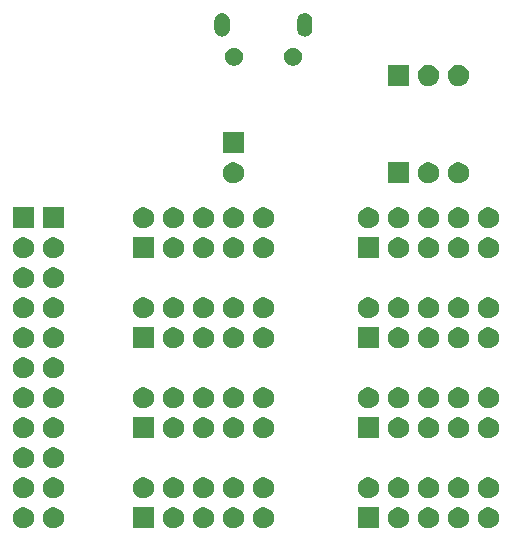
<source format=gbr>
G04 #@! TF.GenerationSoftware,KiCad,Pcbnew,5.1.5*
G04 #@! TF.CreationDate,2020-05-18T04:02:55+03:00*
G04 #@! TF.ProjectId,usb-tester,7573622d-7465-4737-9465-722e6b696361,rev?*
G04 #@! TF.SameCoordinates,Original*
G04 #@! TF.FileFunction,Soldermask,Bot*
G04 #@! TF.FilePolarity,Negative*
%FSLAX46Y46*%
G04 Gerber Fmt 4.6, Leading zero omitted, Abs format (unit mm)*
G04 Created by KiCad (PCBNEW 5.1.5) date 2020-05-18 04:02:55*
%MOMM*%
%LPD*%
G04 APERTURE LIST*
%ADD10C,0.100000*%
G04 APERTURE END LIST*
D10*
G36*
X91701062Y-100739394D02*
G01*
X91863942Y-100806861D01*
X92010530Y-100904808D01*
X92135192Y-101029470D01*
X92233139Y-101176058D01*
X92300606Y-101338938D01*
X92335000Y-101511850D01*
X92335000Y-101688150D01*
X92300606Y-101861062D01*
X92233139Y-102023942D01*
X92135192Y-102170530D01*
X92010530Y-102295192D01*
X91863942Y-102393139D01*
X91701062Y-102460606D01*
X91528150Y-102495000D01*
X91351850Y-102495000D01*
X91178938Y-102460606D01*
X91016058Y-102393139D01*
X90869470Y-102295192D01*
X90744808Y-102170530D01*
X90646861Y-102023942D01*
X90579394Y-101861062D01*
X90545000Y-101688150D01*
X90545000Y-101511850D01*
X90579394Y-101338938D01*
X90646861Y-101176058D01*
X90744808Y-101029470D01*
X90869470Y-100904808D01*
X91016058Y-100806861D01*
X91178938Y-100739394D01*
X91351850Y-100705000D01*
X91528150Y-100705000D01*
X91701062Y-100739394D01*
G37*
G36*
X128531062Y-100739394D02*
G01*
X128693942Y-100806861D01*
X128840530Y-100904808D01*
X128965192Y-101029470D01*
X129063139Y-101176058D01*
X129130606Y-101338938D01*
X129165000Y-101511850D01*
X129165000Y-101688150D01*
X129130606Y-101861062D01*
X129063139Y-102023942D01*
X128965192Y-102170530D01*
X128840530Y-102295192D01*
X128693942Y-102393139D01*
X128531062Y-102460606D01*
X128358150Y-102495000D01*
X128181850Y-102495000D01*
X128008938Y-102460606D01*
X127846058Y-102393139D01*
X127699470Y-102295192D01*
X127574808Y-102170530D01*
X127476861Y-102023942D01*
X127409394Y-101861062D01*
X127375000Y-101688150D01*
X127375000Y-101511850D01*
X127409394Y-101338938D01*
X127476861Y-101176058D01*
X127574808Y-101029470D01*
X127699470Y-100904808D01*
X127846058Y-100806861D01*
X128008938Y-100739394D01*
X128181850Y-100705000D01*
X128358150Y-100705000D01*
X128531062Y-100739394D01*
G37*
G36*
X106941062Y-100739394D02*
G01*
X107103942Y-100806861D01*
X107250530Y-100904808D01*
X107375192Y-101029470D01*
X107473139Y-101176058D01*
X107540606Y-101338938D01*
X107575000Y-101511850D01*
X107575000Y-101688150D01*
X107540606Y-101861062D01*
X107473139Y-102023942D01*
X107375192Y-102170530D01*
X107250530Y-102295192D01*
X107103942Y-102393139D01*
X106941062Y-102460606D01*
X106768150Y-102495000D01*
X106591850Y-102495000D01*
X106418938Y-102460606D01*
X106256058Y-102393139D01*
X106109470Y-102295192D01*
X105984808Y-102170530D01*
X105886861Y-102023942D01*
X105819394Y-101861062D01*
X105785000Y-101688150D01*
X105785000Y-101511850D01*
X105819394Y-101338938D01*
X105886861Y-101176058D01*
X105984808Y-101029470D01*
X106109470Y-100904808D01*
X106256058Y-100806861D01*
X106418938Y-100739394D01*
X106591850Y-100705000D01*
X106768150Y-100705000D01*
X106941062Y-100739394D01*
G37*
G36*
X109481062Y-100739394D02*
G01*
X109643942Y-100806861D01*
X109790530Y-100904808D01*
X109915192Y-101029470D01*
X110013139Y-101176058D01*
X110080606Y-101338938D01*
X110115000Y-101511850D01*
X110115000Y-101688150D01*
X110080606Y-101861062D01*
X110013139Y-102023942D01*
X109915192Y-102170530D01*
X109790530Y-102295192D01*
X109643942Y-102393139D01*
X109481062Y-102460606D01*
X109308150Y-102495000D01*
X109131850Y-102495000D01*
X108958938Y-102460606D01*
X108796058Y-102393139D01*
X108649470Y-102295192D01*
X108524808Y-102170530D01*
X108426861Y-102023942D01*
X108359394Y-101861062D01*
X108325000Y-101688150D01*
X108325000Y-101511850D01*
X108359394Y-101338938D01*
X108426861Y-101176058D01*
X108524808Y-101029470D01*
X108649470Y-100904808D01*
X108796058Y-100806861D01*
X108958938Y-100739394D01*
X109131850Y-100705000D01*
X109308150Y-100705000D01*
X109481062Y-100739394D01*
G37*
G36*
X112021062Y-100739394D02*
G01*
X112183942Y-100806861D01*
X112330530Y-100904808D01*
X112455192Y-101029470D01*
X112553139Y-101176058D01*
X112620606Y-101338938D01*
X112655000Y-101511850D01*
X112655000Y-101688150D01*
X112620606Y-101861062D01*
X112553139Y-102023942D01*
X112455192Y-102170530D01*
X112330530Y-102295192D01*
X112183942Y-102393139D01*
X112021062Y-102460606D01*
X111848150Y-102495000D01*
X111671850Y-102495000D01*
X111498938Y-102460606D01*
X111336058Y-102393139D01*
X111189470Y-102295192D01*
X111064808Y-102170530D01*
X110966861Y-102023942D01*
X110899394Y-101861062D01*
X110865000Y-101688150D01*
X110865000Y-101511850D01*
X110899394Y-101338938D01*
X110966861Y-101176058D01*
X111064808Y-101029470D01*
X111189470Y-100904808D01*
X111336058Y-100806861D01*
X111498938Y-100739394D01*
X111671850Y-100705000D01*
X111848150Y-100705000D01*
X112021062Y-100739394D01*
G37*
G36*
X121545000Y-102495000D02*
G01*
X119755000Y-102495000D01*
X119755000Y-100705000D01*
X121545000Y-100705000D01*
X121545000Y-102495000D01*
G37*
G36*
X123451062Y-100739394D02*
G01*
X123613942Y-100806861D01*
X123760530Y-100904808D01*
X123885192Y-101029470D01*
X123983139Y-101176058D01*
X124050606Y-101338938D01*
X124085000Y-101511850D01*
X124085000Y-101688150D01*
X124050606Y-101861062D01*
X123983139Y-102023942D01*
X123885192Y-102170530D01*
X123760530Y-102295192D01*
X123613942Y-102393139D01*
X123451062Y-102460606D01*
X123278150Y-102495000D01*
X123101850Y-102495000D01*
X122928938Y-102460606D01*
X122766058Y-102393139D01*
X122619470Y-102295192D01*
X122494808Y-102170530D01*
X122396861Y-102023942D01*
X122329394Y-101861062D01*
X122295000Y-101688150D01*
X122295000Y-101511850D01*
X122329394Y-101338938D01*
X122396861Y-101176058D01*
X122494808Y-101029470D01*
X122619470Y-100904808D01*
X122766058Y-100806861D01*
X122928938Y-100739394D01*
X123101850Y-100705000D01*
X123278150Y-100705000D01*
X123451062Y-100739394D01*
G37*
G36*
X104401062Y-100739394D02*
G01*
X104563942Y-100806861D01*
X104710530Y-100904808D01*
X104835192Y-101029470D01*
X104933139Y-101176058D01*
X105000606Y-101338938D01*
X105035000Y-101511850D01*
X105035000Y-101688150D01*
X105000606Y-101861062D01*
X104933139Y-102023942D01*
X104835192Y-102170530D01*
X104710530Y-102295192D01*
X104563942Y-102393139D01*
X104401062Y-102460606D01*
X104228150Y-102495000D01*
X104051850Y-102495000D01*
X103878938Y-102460606D01*
X103716058Y-102393139D01*
X103569470Y-102295192D01*
X103444808Y-102170530D01*
X103346861Y-102023942D01*
X103279394Y-101861062D01*
X103245000Y-101688150D01*
X103245000Y-101511850D01*
X103279394Y-101338938D01*
X103346861Y-101176058D01*
X103444808Y-101029470D01*
X103569470Y-100904808D01*
X103716058Y-100806861D01*
X103878938Y-100739394D01*
X104051850Y-100705000D01*
X104228150Y-100705000D01*
X104401062Y-100739394D01*
G37*
G36*
X125991062Y-100739394D02*
G01*
X126153942Y-100806861D01*
X126300530Y-100904808D01*
X126425192Y-101029470D01*
X126523139Y-101176058D01*
X126590606Y-101338938D01*
X126625000Y-101511850D01*
X126625000Y-101688150D01*
X126590606Y-101861062D01*
X126523139Y-102023942D01*
X126425192Y-102170530D01*
X126300530Y-102295192D01*
X126153942Y-102393139D01*
X125991062Y-102460606D01*
X125818150Y-102495000D01*
X125641850Y-102495000D01*
X125468938Y-102460606D01*
X125306058Y-102393139D01*
X125159470Y-102295192D01*
X125034808Y-102170530D01*
X124936861Y-102023942D01*
X124869394Y-101861062D01*
X124835000Y-101688150D01*
X124835000Y-101511850D01*
X124869394Y-101338938D01*
X124936861Y-101176058D01*
X125034808Y-101029470D01*
X125159470Y-100904808D01*
X125306058Y-100806861D01*
X125468938Y-100739394D01*
X125641850Y-100705000D01*
X125818150Y-100705000D01*
X125991062Y-100739394D01*
G37*
G36*
X94241062Y-100739394D02*
G01*
X94403942Y-100806861D01*
X94550530Y-100904808D01*
X94675192Y-101029470D01*
X94773139Y-101176058D01*
X94840606Y-101338938D01*
X94875000Y-101511850D01*
X94875000Y-101688150D01*
X94840606Y-101861062D01*
X94773139Y-102023942D01*
X94675192Y-102170530D01*
X94550530Y-102295192D01*
X94403942Y-102393139D01*
X94241062Y-102460606D01*
X94068150Y-102495000D01*
X93891850Y-102495000D01*
X93718938Y-102460606D01*
X93556058Y-102393139D01*
X93409470Y-102295192D01*
X93284808Y-102170530D01*
X93186861Y-102023942D01*
X93119394Y-101861062D01*
X93085000Y-101688150D01*
X93085000Y-101511850D01*
X93119394Y-101338938D01*
X93186861Y-101176058D01*
X93284808Y-101029470D01*
X93409470Y-100904808D01*
X93556058Y-100806861D01*
X93718938Y-100739394D01*
X93891850Y-100705000D01*
X94068150Y-100705000D01*
X94241062Y-100739394D01*
G37*
G36*
X102495000Y-102495000D02*
G01*
X100705000Y-102495000D01*
X100705000Y-100705000D01*
X102495000Y-100705000D01*
X102495000Y-102495000D01*
G37*
G36*
X131071062Y-100739394D02*
G01*
X131233942Y-100806861D01*
X131380530Y-100904808D01*
X131505192Y-101029470D01*
X131603139Y-101176058D01*
X131670606Y-101338938D01*
X131705000Y-101511850D01*
X131705000Y-101688150D01*
X131670606Y-101861062D01*
X131603139Y-102023942D01*
X131505192Y-102170530D01*
X131380530Y-102295192D01*
X131233942Y-102393139D01*
X131071062Y-102460606D01*
X130898150Y-102495000D01*
X130721850Y-102495000D01*
X130548938Y-102460606D01*
X130386058Y-102393139D01*
X130239470Y-102295192D01*
X130114808Y-102170530D01*
X130016861Y-102023942D01*
X129949394Y-101861062D01*
X129915000Y-101688150D01*
X129915000Y-101511850D01*
X129949394Y-101338938D01*
X130016861Y-101176058D01*
X130114808Y-101029470D01*
X130239470Y-100904808D01*
X130386058Y-100806861D01*
X130548938Y-100739394D01*
X130721850Y-100705000D01*
X130898150Y-100705000D01*
X131071062Y-100739394D01*
G37*
G36*
X94241062Y-98199394D02*
G01*
X94403942Y-98266861D01*
X94550530Y-98364808D01*
X94675192Y-98489470D01*
X94773139Y-98636058D01*
X94840606Y-98798938D01*
X94875000Y-98971850D01*
X94875000Y-99148150D01*
X94840606Y-99321062D01*
X94773139Y-99483942D01*
X94675192Y-99630530D01*
X94550530Y-99755192D01*
X94403942Y-99853139D01*
X94241062Y-99920606D01*
X94068150Y-99955000D01*
X93891850Y-99955000D01*
X93718938Y-99920606D01*
X93556058Y-99853139D01*
X93409470Y-99755192D01*
X93284808Y-99630530D01*
X93186861Y-99483942D01*
X93119394Y-99321062D01*
X93085000Y-99148150D01*
X93085000Y-98971850D01*
X93119394Y-98798938D01*
X93186861Y-98636058D01*
X93284808Y-98489470D01*
X93409470Y-98364808D01*
X93556058Y-98266861D01*
X93718938Y-98199394D01*
X93891850Y-98165000D01*
X94068150Y-98165000D01*
X94241062Y-98199394D01*
G37*
G36*
X91701062Y-98199394D02*
G01*
X91863942Y-98266861D01*
X92010530Y-98364808D01*
X92135192Y-98489470D01*
X92233139Y-98636058D01*
X92300606Y-98798938D01*
X92335000Y-98971850D01*
X92335000Y-99148150D01*
X92300606Y-99321062D01*
X92233139Y-99483942D01*
X92135192Y-99630530D01*
X92010530Y-99755192D01*
X91863942Y-99853139D01*
X91701062Y-99920606D01*
X91528150Y-99955000D01*
X91351850Y-99955000D01*
X91178938Y-99920606D01*
X91016058Y-99853139D01*
X90869470Y-99755192D01*
X90744808Y-99630530D01*
X90646861Y-99483942D01*
X90579394Y-99321062D01*
X90545000Y-99148150D01*
X90545000Y-98971850D01*
X90579394Y-98798938D01*
X90646861Y-98636058D01*
X90744808Y-98489470D01*
X90869470Y-98364808D01*
X91016058Y-98266861D01*
X91178938Y-98199394D01*
X91351850Y-98165000D01*
X91528150Y-98165000D01*
X91701062Y-98199394D01*
G37*
G36*
X104401062Y-98199394D02*
G01*
X104563942Y-98266861D01*
X104710530Y-98364808D01*
X104835192Y-98489470D01*
X104933139Y-98636058D01*
X105000606Y-98798938D01*
X105035000Y-98971850D01*
X105035000Y-99148150D01*
X105000606Y-99321062D01*
X104933139Y-99483942D01*
X104835192Y-99630530D01*
X104710530Y-99755192D01*
X104563942Y-99853139D01*
X104401062Y-99920606D01*
X104228150Y-99955000D01*
X104051850Y-99955000D01*
X103878938Y-99920606D01*
X103716058Y-99853139D01*
X103569470Y-99755192D01*
X103444808Y-99630530D01*
X103346861Y-99483942D01*
X103279394Y-99321062D01*
X103245000Y-99148150D01*
X103245000Y-98971850D01*
X103279394Y-98798938D01*
X103346861Y-98636058D01*
X103444808Y-98489470D01*
X103569470Y-98364808D01*
X103716058Y-98266861D01*
X103878938Y-98199394D01*
X104051850Y-98165000D01*
X104228150Y-98165000D01*
X104401062Y-98199394D01*
G37*
G36*
X106941062Y-98199394D02*
G01*
X107103942Y-98266861D01*
X107250530Y-98364808D01*
X107375192Y-98489470D01*
X107473139Y-98636058D01*
X107540606Y-98798938D01*
X107575000Y-98971850D01*
X107575000Y-99148150D01*
X107540606Y-99321062D01*
X107473139Y-99483942D01*
X107375192Y-99630530D01*
X107250530Y-99755192D01*
X107103942Y-99853139D01*
X106941062Y-99920606D01*
X106768150Y-99955000D01*
X106591850Y-99955000D01*
X106418938Y-99920606D01*
X106256058Y-99853139D01*
X106109470Y-99755192D01*
X105984808Y-99630530D01*
X105886861Y-99483942D01*
X105819394Y-99321062D01*
X105785000Y-99148150D01*
X105785000Y-98971850D01*
X105819394Y-98798938D01*
X105886861Y-98636058D01*
X105984808Y-98489470D01*
X106109470Y-98364808D01*
X106256058Y-98266861D01*
X106418938Y-98199394D01*
X106591850Y-98165000D01*
X106768150Y-98165000D01*
X106941062Y-98199394D01*
G37*
G36*
X109481062Y-98199394D02*
G01*
X109643942Y-98266861D01*
X109790530Y-98364808D01*
X109915192Y-98489470D01*
X110013139Y-98636058D01*
X110080606Y-98798938D01*
X110115000Y-98971850D01*
X110115000Y-99148150D01*
X110080606Y-99321062D01*
X110013139Y-99483942D01*
X109915192Y-99630530D01*
X109790530Y-99755192D01*
X109643942Y-99853139D01*
X109481062Y-99920606D01*
X109308150Y-99955000D01*
X109131850Y-99955000D01*
X108958938Y-99920606D01*
X108796058Y-99853139D01*
X108649470Y-99755192D01*
X108524808Y-99630530D01*
X108426861Y-99483942D01*
X108359394Y-99321062D01*
X108325000Y-99148150D01*
X108325000Y-98971850D01*
X108359394Y-98798938D01*
X108426861Y-98636058D01*
X108524808Y-98489470D01*
X108649470Y-98364808D01*
X108796058Y-98266861D01*
X108958938Y-98199394D01*
X109131850Y-98165000D01*
X109308150Y-98165000D01*
X109481062Y-98199394D01*
G37*
G36*
X101861062Y-98199394D02*
G01*
X102023942Y-98266861D01*
X102170530Y-98364808D01*
X102295192Y-98489470D01*
X102393139Y-98636058D01*
X102460606Y-98798938D01*
X102495000Y-98971850D01*
X102495000Y-99148150D01*
X102460606Y-99321062D01*
X102393139Y-99483942D01*
X102295192Y-99630530D01*
X102170530Y-99755192D01*
X102023942Y-99853139D01*
X101861062Y-99920606D01*
X101688150Y-99955000D01*
X101511850Y-99955000D01*
X101338938Y-99920606D01*
X101176058Y-99853139D01*
X101029470Y-99755192D01*
X100904808Y-99630530D01*
X100806861Y-99483942D01*
X100739394Y-99321062D01*
X100705000Y-99148150D01*
X100705000Y-98971850D01*
X100739394Y-98798938D01*
X100806861Y-98636058D01*
X100904808Y-98489470D01*
X101029470Y-98364808D01*
X101176058Y-98266861D01*
X101338938Y-98199394D01*
X101511850Y-98165000D01*
X101688150Y-98165000D01*
X101861062Y-98199394D01*
G37*
G36*
X112021062Y-98199394D02*
G01*
X112183942Y-98266861D01*
X112330530Y-98364808D01*
X112455192Y-98489470D01*
X112553139Y-98636058D01*
X112620606Y-98798938D01*
X112655000Y-98971850D01*
X112655000Y-99148150D01*
X112620606Y-99321062D01*
X112553139Y-99483942D01*
X112455192Y-99630530D01*
X112330530Y-99755192D01*
X112183942Y-99853139D01*
X112021062Y-99920606D01*
X111848150Y-99955000D01*
X111671850Y-99955000D01*
X111498938Y-99920606D01*
X111336058Y-99853139D01*
X111189470Y-99755192D01*
X111064808Y-99630530D01*
X110966861Y-99483942D01*
X110899394Y-99321062D01*
X110865000Y-99148150D01*
X110865000Y-98971850D01*
X110899394Y-98798938D01*
X110966861Y-98636058D01*
X111064808Y-98489470D01*
X111189470Y-98364808D01*
X111336058Y-98266861D01*
X111498938Y-98199394D01*
X111671850Y-98165000D01*
X111848150Y-98165000D01*
X112021062Y-98199394D01*
G37*
G36*
X131071062Y-98199394D02*
G01*
X131233942Y-98266861D01*
X131380530Y-98364808D01*
X131505192Y-98489470D01*
X131603139Y-98636058D01*
X131670606Y-98798938D01*
X131705000Y-98971850D01*
X131705000Y-99148150D01*
X131670606Y-99321062D01*
X131603139Y-99483942D01*
X131505192Y-99630530D01*
X131380530Y-99755192D01*
X131233942Y-99853139D01*
X131071062Y-99920606D01*
X130898150Y-99955000D01*
X130721850Y-99955000D01*
X130548938Y-99920606D01*
X130386058Y-99853139D01*
X130239470Y-99755192D01*
X130114808Y-99630530D01*
X130016861Y-99483942D01*
X129949394Y-99321062D01*
X129915000Y-99148150D01*
X129915000Y-98971850D01*
X129949394Y-98798938D01*
X130016861Y-98636058D01*
X130114808Y-98489470D01*
X130239470Y-98364808D01*
X130386058Y-98266861D01*
X130548938Y-98199394D01*
X130721850Y-98165000D01*
X130898150Y-98165000D01*
X131071062Y-98199394D01*
G37*
G36*
X128531062Y-98199394D02*
G01*
X128693942Y-98266861D01*
X128840530Y-98364808D01*
X128965192Y-98489470D01*
X129063139Y-98636058D01*
X129130606Y-98798938D01*
X129165000Y-98971850D01*
X129165000Y-99148150D01*
X129130606Y-99321062D01*
X129063139Y-99483942D01*
X128965192Y-99630530D01*
X128840530Y-99755192D01*
X128693942Y-99853139D01*
X128531062Y-99920606D01*
X128358150Y-99955000D01*
X128181850Y-99955000D01*
X128008938Y-99920606D01*
X127846058Y-99853139D01*
X127699470Y-99755192D01*
X127574808Y-99630530D01*
X127476861Y-99483942D01*
X127409394Y-99321062D01*
X127375000Y-99148150D01*
X127375000Y-98971850D01*
X127409394Y-98798938D01*
X127476861Y-98636058D01*
X127574808Y-98489470D01*
X127699470Y-98364808D01*
X127846058Y-98266861D01*
X128008938Y-98199394D01*
X128181850Y-98165000D01*
X128358150Y-98165000D01*
X128531062Y-98199394D01*
G37*
G36*
X120911062Y-98199394D02*
G01*
X121073942Y-98266861D01*
X121220530Y-98364808D01*
X121345192Y-98489470D01*
X121443139Y-98636058D01*
X121510606Y-98798938D01*
X121545000Y-98971850D01*
X121545000Y-99148150D01*
X121510606Y-99321062D01*
X121443139Y-99483942D01*
X121345192Y-99630530D01*
X121220530Y-99755192D01*
X121073942Y-99853139D01*
X120911062Y-99920606D01*
X120738150Y-99955000D01*
X120561850Y-99955000D01*
X120388938Y-99920606D01*
X120226058Y-99853139D01*
X120079470Y-99755192D01*
X119954808Y-99630530D01*
X119856861Y-99483942D01*
X119789394Y-99321062D01*
X119755000Y-99148150D01*
X119755000Y-98971850D01*
X119789394Y-98798938D01*
X119856861Y-98636058D01*
X119954808Y-98489470D01*
X120079470Y-98364808D01*
X120226058Y-98266861D01*
X120388938Y-98199394D01*
X120561850Y-98165000D01*
X120738150Y-98165000D01*
X120911062Y-98199394D01*
G37*
G36*
X125991062Y-98199394D02*
G01*
X126153942Y-98266861D01*
X126300530Y-98364808D01*
X126425192Y-98489470D01*
X126523139Y-98636058D01*
X126590606Y-98798938D01*
X126625000Y-98971850D01*
X126625000Y-99148150D01*
X126590606Y-99321062D01*
X126523139Y-99483942D01*
X126425192Y-99630530D01*
X126300530Y-99755192D01*
X126153942Y-99853139D01*
X125991062Y-99920606D01*
X125818150Y-99955000D01*
X125641850Y-99955000D01*
X125468938Y-99920606D01*
X125306058Y-99853139D01*
X125159470Y-99755192D01*
X125034808Y-99630530D01*
X124936861Y-99483942D01*
X124869394Y-99321062D01*
X124835000Y-99148150D01*
X124835000Y-98971850D01*
X124869394Y-98798938D01*
X124936861Y-98636058D01*
X125034808Y-98489470D01*
X125159470Y-98364808D01*
X125306058Y-98266861D01*
X125468938Y-98199394D01*
X125641850Y-98165000D01*
X125818150Y-98165000D01*
X125991062Y-98199394D01*
G37*
G36*
X123451062Y-98199394D02*
G01*
X123613942Y-98266861D01*
X123760530Y-98364808D01*
X123885192Y-98489470D01*
X123983139Y-98636058D01*
X124050606Y-98798938D01*
X124085000Y-98971850D01*
X124085000Y-99148150D01*
X124050606Y-99321062D01*
X123983139Y-99483942D01*
X123885192Y-99630530D01*
X123760530Y-99755192D01*
X123613942Y-99853139D01*
X123451062Y-99920606D01*
X123278150Y-99955000D01*
X123101850Y-99955000D01*
X122928938Y-99920606D01*
X122766058Y-99853139D01*
X122619470Y-99755192D01*
X122494808Y-99630530D01*
X122396861Y-99483942D01*
X122329394Y-99321062D01*
X122295000Y-99148150D01*
X122295000Y-98971850D01*
X122329394Y-98798938D01*
X122396861Y-98636058D01*
X122494808Y-98489470D01*
X122619470Y-98364808D01*
X122766058Y-98266861D01*
X122928938Y-98199394D01*
X123101850Y-98165000D01*
X123278150Y-98165000D01*
X123451062Y-98199394D01*
G37*
G36*
X91701062Y-95659394D02*
G01*
X91863942Y-95726861D01*
X92010530Y-95824808D01*
X92135192Y-95949470D01*
X92233139Y-96096058D01*
X92300606Y-96258938D01*
X92335000Y-96431850D01*
X92335000Y-96608150D01*
X92300606Y-96781062D01*
X92233139Y-96943942D01*
X92135192Y-97090530D01*
X92010530Y-97215192D01*
X91863942Y-97313139D01*
X91701062Y-97380606D01*
X91528150Y-97415000D01*
X91351850Y-97415000D01*
X91178938Y-97380606D01*
X91016058Y-97313139D01*
X90869470Y-97215192D01*
X90744808Y-97090530D01*
X90646861Y-96943942D01*
X90579394Y-96781062D01*
X90545000Y-96608150D01*
X90545000Y-96431850D01*
X90579394Y-96258938D01*
X90646861Y-96096058D01*
X90744808Y-95949470D01*
X90869470Y-95824808D01*
X91016058Y-95726861D01*
X91178938Y-95659394D01*
X91351850Y-95625000D01*
X91528150Y-95625000D01*
X91701062Y-95659394D01*
G37*
G36*
X94241062Y-95659394D02*
G01*
X94403942Y-95726861D01*
X94550530Y-95824808D01*
X94675192Y-95949470D01*
X94773139Y-96096058D01*
X94840606Y-96258938D01*
X94875000Y-96431850D01*
X94875000Y-96608150D01*
X94840606Y-96781062D01*
X94773139Y-96943942D01*
X94675192Y-97090530D01*
X94550530Y-97215192D01*
X94403942Y-97313139D01*
X94241062Y-97380606D01*
X94068150Y-97415000D01*
X93891850Y-97415000D01*
X93718938Y-97380606D01*
X93556058Y-97313139D01*
X93409470Y-97215192D01*
X93284808Y-97090530D01*
X93186861Y-96943942D01*
X93119394Y-96781062D01*
X93085000Y-96608150D01*
X93085000Y-96431850D01*
X93119394Y-96258938D01*
X93186861Y-96096058D01*
X93284808Y-95949470D01*
X93409470Y-95824808D01*
X93556058Y-95726861D01*
X93718938Y-95659394D01*
X93891850Y-95625000D01*
X94068150Y-95625000D01*
X94241062Y-95659394D01*
G37*
G36*
X128531062Y-93119394D02*
G01*
X128693942Y-93186861D01*
X128840530Y-93284808D01*
X128965192Y-93409470D01*
X129063139Y-93556058D01*
X129130606Y-93718938D01*
X129165000Y-93891850D01*
X129165000Y-94068150D01*
X129130606Y-94241062D01*
X129063139Y-94403942D01*
X128965192Y-94550530D01*
X128840530Y-94675192D01*
X128693942Y-94773139D01*
X128531062Y-94840606D01*
X128358150Y-94875000D01*
X128181850Y-94875000D01*
X128008938Y-94840606D01*
X127846058Y-94773139D01*
X127699470Y-94675192D01*
X127574808Y-94550530D01*
X127476861Y-94403942D01*
X127409394Y-94241062D01*
X127375000Y-94068150D01*
X127375000Y-93891850D01*
X127409394Y-93718938D01*
X127476861Y-93556058D01*
X127574808Y-93409470D01*
X127699470Y-93284808D01*
X127846058Y-93186861D01*
X128008938Y-93119394D01*
X128181850Y-93085000D01*
X128358150Y-93085000D01*
X128531062Y-93119394D01*
G37*
G36*
X125991062Y-93119394D02*
G01*
X126153942Y-93186861D01*
X126300530Y-93284808D01*
X126425192Y-93409470D01*
X126523139Y-93556058D01*
X126590606Y-93718938D01*
X126625000Y-93891850D01*
X126625000Y-94068150D01*
X126590606Y-94241062D01*
X126523139Y-94403942D01*
X126425192Y-94550530D01*
X126300530Y-94675192D01*
X126153942Y-94773139D01*
X125991062Y-94840606D01*
X125818150Y-94875000D01*
X125641850Y-94875000D01*
X125468938Y-94840606D01*
X125306058Y-94773139D01*
X125159470Y-94675192D01*
X125034808Y-94550530D01*
X124936861Y-94403942D01*
X124869394Y-94241062D01*
X124835000Y-94068150D01*
X124835000Y-93891850D01*
X124869394Y-93718938D01*
X124936861Y-93556058D01*
X125034808Y-93409470D01*
X125159470Y-93284808D01*
X125306058Y-93186861D01*
X125468938Y-93119394D01*
X125641850Y-93085000D01*
X125818150Y-93085000D01*
X125991062Y-93119394D01*
G37*
G36*
X112021062Y-93119394D02*
G01*
X112183942Y-93186861D01*
X112330530Y-93284808D01*
X112455192Y-93409470D01*
X112553139Y-93556058D01*
X112620606Y-93718938D01*
X112655000Y-93891850D01*
X112655000Y-94068150D01*
X112620606Y-94241062D01*
X112553139Y-94403942D01*
X112455192Y-94550530D01*
X112330530Y-94675192D01*
X112183942Y-94773139D01*
X112021062Y-94840606D01*
X111848150Y-94875000D01*
X111671850Y-94875000D01*
X111498938Y-94840606D01*
X111336058Y-94773139D01*
X111189470Y-94675192D01*
X111064808Y-94550530D01*
X110966861Y-94403942D01*
X110899394Y-94241062D01*
X110865000Y-94068150D01*
X110865000Y-93891850D01*
X110899394Y-93718938D01*
X110966861Y-93556058D01*
X111064808Y-93409470D01*
X111189470Y-93284808D01*
X111336058Y-93186861D01*
X111498938Y-93119394D01*
X111671850Y-93085000D01*
X111848150Y-93085000D01*
X112021062Y-93119394D01*
G37*
G36*
X131071062Y-93119394D02*
G01*
X131233942Y-93186861D01*
X131380530Y-93284808D01*
X131505192Y-93409470D01*
X131603139Y-93556058D01*
X131670606Y-93718938D01*
X131705000Y-93891850D01*
X131705000Y-94068150D01*
X131670606Y-94241062D01*
X131603139Y-94403942D01*
X131505192Y-94550530D01*
X131380530Y-94675192D01*
X131233942Y-94773139D01*
X131071062Y-94840606D01*
X130898150Y-94875000D01*
X130721850Y-94875000D01*
X130548938Y-94840606D01*
X130386058Y-94773139D01*
X130239470Y-94675192D01*
X130114808Y-94550530D01*
X130016861Y-94403942D01*
X129949394Y-94241062D01*
X129915000Y-94068150D01*
X129915000Y-93891850D01*
X129949394Y-93718938D01*
X130016861Y-93556058D01*
X130114808Y-93409470D01*
X130239470Y-93284808D01*
X130386058Y-93186861D01*
X130548938Y-93119394D01*
X130721850Y-93085000D01*
X130898150Y-93085000D01*
X131071062Y-93119394D01*
G37*
G36*
X123451062Y-93119394D02*
G01*
X123613942Y-93186861D01*
X123760530Y-93284808D01*
X123885192Y-93409470D01*
X123983139Y-93556058D01*
X124050606Y-93718938D01*
X124085000Y-93891850D01*
X124085000Y-94068150D01*
X124050606Y-94241062D01*
X123983139Y-94403942D01*
X123885192Y-94550530D01*
X123760530Y-94675192D01*
X123613942Y-94773139D01*
X123451062Y-94840606D01*
X123278150Y-94875000D01*
X123101850Y-94875000D01*
X122928938Y-94840606D01*
X122766058Y-94773139D01*
X122619470Y-94675192D01*
X122494808Y-94550530D01*
X122396861Y-94403942D01*
X122329394Y-94241062D01*
X122295000Y-94068150D01*
X122295000Y-93891850D01*
X122329394Y-93718938D01*
X122396861Y-93556058D01*
X122494808Y-93409470D01*
X122619470Y-93284808D01*
X122766058Y-93186861D01*
X122928938Y-93119394D01*
X123101850Y-93085000D01*
X123278150Y-93085000D01*
X123451062Y-93119394D01*
G37*
G36*
X94241062Y-93119394D02*
G01*
X94403942Y-93186861D01*
X94550530Y-93284808D01*
X94675192Y-93409470D01*
X94773139Y-93556058D01*
X94840606Y-93718938D01*
X94875000Y-93891850D01*
X94875000Y-94068150D01*
X94840606Y-94241062D01*
X94773139Y-94403942D01*
X94675192Y-94550530D01*
X94550530Y-94675192D01*
X94403942Y-94773139D01*
X94241062Y-94840606D01*
X94068150Y-94875000D01*
X93891850Y-94875000D01*
X93718938Y-94840606D01*
X93556058Y-94773139D01*
X93409470Y-94675192D01*
X93284808Y-94550530D01*
X93186861Y-94403942D01*
X93119394Y-94241062D01*
X93085000Y-94068150D01*
X93085000Y-93891850D01*
X93119394Y-93718938D01*
X93186861Y-93556058D01*
X93284808Y-93409470D01*
X93409470Y-93284808D01*
X93556058Y-93186861D01*
X93718938Y-93119394D01*
X93891850Y-93085000D01*
X94068150Y-93085000D01*
X94241062Y-93119394D01*
G37*
G36*
X91701062Y-93119394D02*
G01*
X91863942Y-93186861D01*
X92010530Y-93284808D01*
X92135192Y-93409470D01*
X92233139Y-93556058D01*
X92300606Y-93718938D01*
X92335000Y-93891850D01*
X92335000Y-94068150D01*
X92300606Y-94241062D01*
X92233139Y-94403942D01*
X92135192Y-94550530D01*
X92010530Y-94675192D01*
X91863942Y-94773139D01*
X91701062Y-94840606D01*
X91528150Y-94875000D01*
X91351850Y-94875000D01*
X91178938Y-94840606D01*
X91016058Y-94773139D01*
X90869470Y-94675192D01*
X90744808Y-94550530D01*
X90646861Y-94403942D01*
X90579394Y-94241062D01*
X90545000Y-94068150D01*
X90545000Y-93891850D01*
X90579394Y-93718938D01*
X90646861Y-93556058D01*
X90744808Y-93409470D01*
X90869470Y-93284808D01*
X91016058Y-93186861D01*
X91178938Y-93119394D01*
X91351850Y-93085000D01*
X91528150Y-93085000D01*
X91701062Y-93119394D01*
G37*
G36*
X106941062Y-93119394D02*
G01*
X107103942Y-93186861D01*
X107250530Y-93284808D01*
X107375192Y-93409470D01*
X107473139Y-93556058D01*
X107540606Y-93718938D01*
X107575000Y-93891850D01*
X107575000Y-94068150D01*
X107540606Y-94241062D01*
X107473139Y-94403942D01*
X107375192Y-94550530D01*
X107250530Y-94675192D01*
X107103942Y-94773139D01*
X106941062Y-94840606D01*
X106768150Y-94875000D01*
X106591850Y-94875000D01*
X106418938Y-94840606D01*
X106256058Y-94773139D01*
X106109470Y-94675192D01*
X105984808Y-94550530D01*
X105886861Y-94403942D01*
X105819394Y-94241062D01*
X105785000Y-94068150D01*
X105785000Y-93891850D01*
X105819394Y-93718938D01*
X105886861Y-93556058D01*
X105984808Y-93409470D01*
X106109470Y-93284808D01*
X106256058Y-93186861D01*
X106418938Y-93119394D01*
X106591850Y-93085000D01*
X106768150Y-93085000D01*
X106941062Y-93119394D01*
G37*
G36*
X104401062Y-93119394D02*
G01*
X104563942Y-93186861D01*
X104710530Y-93284808D01*
X104835192Y-93409470D01*
X104933139Y-93556058D01*
X105000606Y-93718938D01*
X105035000Y-93891850D01*
X105035000Y-94068150D01*
X105000606Y-94241062D01*
X104933139Y-94403942D01*
X104835192Y-94550530D01*
X104710530Y-94675192D01*
X104563942Y-94773139D01*
X104401062Y-94840606D01*
X104228150Y-94875000D01*
X104051850Y-94875000D01*
X103878938Y-94840606D01*
X103716058Y-94773139D01*
X103569470Y-94675192D01*
X103444808Y-94550530D01*
X103346861Y-94403942D01*
X103279394Y-94241062D01*
X103245000Y-94068150D01*
X103245000Y-93891850D01*
X103279394Y-93718938D01*
X103346861Y-93556058D01*
X103444808Y-93409470D01*
X103569470Y-93284808D01*
X103716058Y-93186861D01*
X103878938Y-93119394D01*
X104051850Y-93085000D01*
X104228150Y-93085000D01*
X104401062Y-93119394D01*
G37*
G36*
X102495000Y-94875000D02*
G01*
X100705000Y-94875000D01*
X100705000Y-93085000D01*
X102495000Y-93085000D01*
X102495000Y-94875000D01*
G37*
G36*
X109481062Y-93119394D02*
G01*
X109643942Y-93186861D01*
X109790530Y-93284808D01*
X109915192Y-93409470D01*
X110013139Y-93556058D01*
X110080606Y-93718938D01*
X110115000Y-93891850D01*
X110115000Y-94068150D01*
X110080606Y-94241062D01*
X110013139Y-94403942D01*
X109915192Y-94550530D01*
X109790530Y-94675192D01*
X109643942Y-94773139D01*
X109481062Y-94840606D01*
X109308150Y-94875000D01*
X109131850Y-94875000D01*
X108958938Y-94840606D01*
X108796058Y-94773139D01*
X108649470Y-94675192D01*
X108524808Y-94550530D01*
X108426861Y-94403942D01*
X108359394Y-94241062D01*
X108325000Y-94068150D01*
X108325000Y-93891850D01*
X108359394Y-93718938D01*
X108426861Y-93556058D01*
X108524808Y-93409470D01*
X108649470Y-93284808D01*
X108796058Y-93186861D01*
X108958938Y-93119394D01*
X109131850Y-93085000D01*
X109308150Y-93085000D01*
X109481062Y-93119394D01*
G37*
G36*
X121545000Y-94875000D02*
G01*
X119755000Y-94875000D01*
X119755000Y-93085000D01*
X121545000Y-93085000D01*
X121545000Y-94875000D01*
G37*
G36*
X125991062Y-90579394D02*
G01*
X126153942Y-90646861D01*
X126300530Y-90744808D01*
X126425192Y-90869470D01*
X126523139Y-91016058D01*
X126590606Y-91178938D01*
X126625000Y-91351850D01*
X126625000Y-91528150D01*
X126590606Y-91701062D01*
X126523139Y-91863942D01*
X126425192Y-92010530D01*
X126300530Y-92135192D01*
X126153942Y-92233139D01*
X125991062Y-92300606D01*
X125818150Y-92335000D01*
X125641850Y-92335000D01*
X125468938Y-92300606D01*
X125306058Y-92233139D01*
X125159470Y-92135192D01*
X125034808Y-92010530D01*
X124936861Y-91863942D01*
X124869394Y-91701062D01*
X124835000Y-91528150D01*
X124835000Y-91351850D01*
X124869394Y-91178938D01*
X124936861Y-91016058D01*
X125034808Y-90869470D01*
X125159470Y-90744808D01*
X125306058Y-90646861D01*
X125468938Y-90579394D01*
X125641850Y-90545000D01*
X125818150Y-90545000D01*
X125991062Y-90579394D01*
G37*
G36*
X131071062Y-90579394D02*
G01*
X131233942Y-90646861D01*
X131380530Y-90744808D01*
X131505192Y-90869470D01*
X131603139Y-91016058D01*
X131670606Y-91178938D01*
X131705000Y-91351850D01*
X131705000Y-91528150D01*
X131670606Y-91701062D01*
X131603139Y-91863942D01*
X131505192Y-92010530D01*
X131380530Y-92135192D01*
X131233942Y-92233139D01*
X131071062Y-92300606D01*
X130898150Y-92335000D01*
X130721850Y-92335000D01*
X130548938Y-92300606D01*
X130386058Y-92233139D01*
X130239470Y-92135192D01*
X130114808Y-92010530D01*
X130016861Y-91863942D01*
X129949394Y-91701062D01*
X129915000Y-91528150D01*
X129915000Y-91351850D01*
X129949394Y-91178938D01*
X130016861Y-91016058D01*
X130114808Y-90869470D01*
X130239470Y-90744808D01*
X130386058Y-90646861D01*
X130548938Y-90579394D01*
X130721850Y-90545000D01*
X130898150Y-90545000D01*
X131071062Y-90579394D01*
G37*
G36*
X101861062Y-90579394D02*
G01*
X102023942Y-90646861D01*
X102170530Y-90744808D01*
X102295192Y-90869470D01*
X102393139Y-91016058D01*
X102460606Y-91178938D01*
X102495000Y-91351850D01*
X102495000Y-91528150D01*
X102460606Y-91701062D01*
X102393139Y-91863942D01*
X102295192Y-92010530D01*
X102170530Y-92135192D01*
X102023942Y-92233139D01*
X101861062Y-92300606D01*
X101688150Y-92335000D01*
X101511850Y-92335000D01*
X101338938Y-92300606D01*
X101176058Y-92233139D01*
X101029470Y-92135192D01*
X100904808Y-92010530D01*
X100806861Y-91863942D01*
X100739394Y-91701062D01*
X100705000Y-91528150D01*
X100705000Y-91351850D01*
X100739394Y-91178938D01*
X100806861Y-91016058D01*
X100904808Y-90869470D01*
X101029470Y-90744808D01*
X101176058Y-90646861D01*
X101338938Y-90579394D01*
X101511850Y-90545000D01*
X101688150Y-90545000D01*
X101861062Y-90579394D01*
G37*
G36*
X128531062Y-90579394D02*
G01*
X128693942Y-90646861D01*
X128840530Y-90744808D01*
X128965192Y-90869470D01*
X129063139Y-91016058D01*
X129130606Y-91178938D01*
X129165000Y-91351850D01*
X129165000Y-91528150D01*
X129130606Y-91701062D01*
X129063139Y-91863942D01*
X128965192Y-92010530D01*
X128840530Y-92135192D01*
X128693942Y-92233139D01*
X128531062Y-92300606D01*
X128358150Y-92335000D01*
X128181850Y-92335000D01*
X128008938Y-92300606D01*
X127846058Y-92233139D01*
X127699470Y-92135192D01*
X127574808Y-92010530D01*
X127476861Y-91863942D01*
X127409394Y-91701062D01*
X127375000Y-91528150D01*
X127375000Y-91351850D01*
X127409394Y-91178938D01*
X127476861Y-91016058D01*
X127574808Y-90869470D01*
X127699470Y-90744808D01*
X127846058Y-90646861D01*
X128008938Y-90579394D01*
X128181850Y-90545000D01*
X128358150Y-90545000D01*
X128531062Y-90579394D01*
G37*
G36*
X106941062Y-90579394D02*
G01*
X107103942Y-90646861D01*
X107250530Y-90744808D01*
X107375192Y-90869470D01*
X107473139Y-91016058D01*
X107540606Y-91178938D01*
X107575000Y-91351850D01*
X107575000Y-91528150D01*
X107540606Y-91701062D01*
X107473139Y-91863942D01*
X107375192Y-92010530D01*
X107250530Y-92135192D01*
X107103942Y-92233139D01*
X106941062Y-92300606D01*
X106768150Y-92335000D01*
X106591850Y-92335000D01*
X106418938Y-92300606D01*
X106256058Y-92233139D01*
X106109470Y-92135192D01*
X105984808Y-92010530D01*
X105886861Y-91863942D01*
X105819394Y-91701062D01*
X105785000Y-91528150D01*
X105785000Y-91351850D01*
X105819394Y-91178938D01*
X105886861Y-91016058D01*
X105984808Y-90869470D01*
X106109470Y-90744808D01*
X106256058Y-90646861D01*
X106418938Y-90579394D01*
X106591850Y-90545000D01*
X106768150Y-90545000D01*
X106941062Y-90579394D01*
G37*
G36*
X94241062Y-90579394D02*
G01*
X94403942Y-90646861D01*
X94550530Y-90744808D01*
X94675192Y-90869470D01*
X94773139Y-91016058D01*
X94840606Y-91178938D01*
X94875000Y-91351850D01*
X94875000Y-91528150D01*
X94840606Y-91701062D01*
X94773139Y-91863942D01*
X94675192Y-92010530D01*
X94550530Y-92135192D01*
X94403942Y-92233139D01*
X94241062Y-92300606D01*
X94068150Y-92335000D01*
X93891850Y-92335000D01*
X93718938Y-92300606D01*
X93556058Y-92233139D01*
X93409470Y-92135192D01*
X93284808Y-92010530D01*
X93186861Y-91863942D01*
X93119394Y-91701062D01*
X93085000Y-91528150D01*
X93085000Y-91351850D01*
X93119394Y-91178938D01*
X93186861Y-91016058D01*
X93284808Y-90869470D01*
X93409470Y-90744808D01*
X93556058Y-90646861D01*
X93718938Y-90579394D01*
X93891850Y-90545000D01*
X94068150Y-90545000D01*
X94241062Y-90579394D01*
G37*
G36*
X123451062Y-90579394D02*
G01*
X123613942Y-90646861D01*
X123760530Y-90744808D01*
X123885192Y-90869470D01*
X123983139Y-91016058D01*
X124050606Y-91178938D01*
X124085000Y-91351850D01*
X124085000Y-91528150D01*
X124050606Y-91701062D01*
X123983139Y-91863942D01*
X123885192Y-92010530D01*
X123760530Y-92135192D01*
X123613942Y-92233139D01*
X123451062Y-92300606D01*
X123278150Y-92335000D01*
X123101850Y-92335000D01*
X122928938Y-92300606D01*
X122766058Y-92233139D01*
X122619470Y-92135192D01*
X122494808Y-92010530D01*
X122396861Y-91863942D01*
X122329394Y-91701062D01*
X122295000Y-91528150D01*
X122295000Y-91351850D01*
X122329394Y-91178938D01*
X122396861Y-91016058D01*
X122494808Y-90869470D01*
X122619470Y-90744808D01*
X122766058Y-90646861D01*
X122928938Y-90579394D01*
X123101850Y-90545000D01*
X123278150Y-90545000D01*
X123451062Y-90579394D01*
G37*
G36*
X109481062Y-90579394D02*
G01*
X109643942Y-90646861D01*
X109790530Y-90744808D01*
X109915192Y-90869470D01*
X110013139Y-91016058D01*
X110080606Y-91178938D01*
X110115000Y-91351850D01*
X110115000Y-91528150D01*
X110080606Y-91701062D01*
X110013139Y-91863942D01*
X109915192Y-92010530D01*
X109790530Y-92135192D01*
X109643942Y-92233139D01*
X109481062Y-92300606D01*
X109308150Y-92335000D01*
X109131850Y-92335000D01*
X108958938Y-92300606D01*
X108796058Y-92233139D01*
X108649470Y-92135192D01*
X108524808Y-92010530D01*
X108426861Y-91863942D01*
X108359394Y-91701062D01*
X108325000Y-91528150D01*
X108325000Y-91351850D01*
X108359394Y-91178938D01*
X108426861Y-91016058D01*
X108524808Y-90869470D01*
X108649470Y-90744808D01*
X108796058Y-90646861D01*
X108958938Y-90579394D01*
X109131850Y-90545000D01*
X109308150Y-90545000D01*
X109481062Y-90579394D01*
G37*
G36*
X120911062Y-90579394D02*
G01*
X121073942Y-90646861D01*
X121220530Y-90744808D01*
X121345192Y-90869470D01*
X121443139Y-91016058D01*
X121510606Y-91178938D01*
X121545000Y-91351850D01*
X121545000Y-91528150D01*
X121510606Y-91701062D01*
X121443139Y-91863942D01*
X121345192Y-92010530D01*
X121220530Y-92135192D01*
X121073942Y-92233139D01*
X120911062Y-92300606D01*
X120738150Y-92335000D01*
X120561850Y-92335000D01*
X120388938Y-92300606D01*
X120226058Y-92233139D01*
X120079470Y-92135192D01*
X119954808Y-92010530D01*
X119856861Y-91863942D01*
X119789394Y-91701062D01*
X119755000Y-91528150D01*
X119755000Y-91351850D01*
X119789394Y-91178938D01*
X119856861Y-91016058D01*
X119954808Y-90869470D01*
X120079470Y-90744808D01*
X120226058Y-90646861D01*
X120388938Y-90579394D01*
X120561850Y-90545000D01*
X120738150Y-90545000D01*
X120911062Y-90579394D01*
G37*
G36*
X112021062Y-90579394D02*
G01*
X112183942Y-90646861D01*
X112330530Y-90744808D01*
X112455192Y-90869470D01*
X112553139Y-91016058D01*
X112620606Y-91178938D01*
X112655000Y-91351850D01*
X112655000Y-91528150D01*
X112620606Y-91701062D01*
X112553139Y-91863942D01*
X112455192Y-92010530D01*
X112330530Y-92135192D01*
X112183942Y-92233139D01*
X112021062Y-92300606D01*
X111848150Y-92335000D01*
X111671850Y-92335000D01*
X111498938Y-92300606D01*
X111336058Y-92233139D01*
X111189470Y-92135192D01*
X111064808Y-92010530D01*
X110966861Y-91863942D01*
X110899394Y-91701062D01*
X110865000Y-91528150D01*
X110865000Y-91351850D01*
X110899394Y-91178938D01*
X110966861Y-91016058D01*
X111064808Y-90869470D01*
X111189470Y-90744808D01*
X111336058Y-90646861D01*
X111498938Y-90579394D01*
X111671850Y-90545000D01*
X111848150Y-90545000D01*
X112021062Y-90579394D01*
G37*
G36*
X91701062Y-90579394D02*
G01*
X91863942Y-90646861D01*
X92010530Y-90744808D01*
X92135192Y-90869470D01*
X92233139Y-91016058D01*
X92300606Y-91178938D01*
X92335000Y-91351850D01*
X92335000Y-91528150D01*
X92300606Y-91701062D01*
X92233139Y-91863942D01*
X92135192Y-92010530D01*
X92010530Y-92135192D01*
X91863942Y-92233139D01*
X91701062Y-92300606D01*
X91528150Y-92335000D01*
X91351850Y-92335000D01*
X91178938Y-92300606D01*
X91016058Y-92233139D01*
X90869470Y-92135192D01*
X90744808Y-92010530D01*
X90646861Y-91863942D01*
X90579394Y-91701062D01*
X90545000Y-91528150D01*
X90545000Y-91351850D01*
X90579394Y-91178938D01*
X90646861Y-91016058D01*
X90744808Y-90869470D01*
X90869470Y-90744808D01*
X91016058Y-90646861D01*
X91178938Y-90579394D01*
X91351850Y-90545000D01*
X91528150Y-90545000D01*
X91701062Y-90579394D01*
G37*
G36*
X104401062Y-90579394D02*
G01*
X104563942Y-90646861D01*
X104710530Y-90744808D01*
X104835192Y-90869470D01*
X104933139Y-91016058D01*
X105000606Y-91178938D01*
X105035000Y-91351850D01*
X105035000Y-91528150D01*
X105000606Y-91701062D01*
X104933139Y-91863942D01*
X104835192Y-92010530D01*
X104710530Y-92135192D01*
X104563942Y-92233139D01*
X104401062Y-92300606D01*
X104228150Y-92335000D01*
X104051850Y-92335000D01*
X103878938Y-92300606D01*
X103716058Y-92233139D01*
X103569470Y-92135192D01*
X103444808Y-92010530D01*
X103346861Y-91863942D01*
X103279394Y-91701062D01*
X103245000Y-91528150D01*
X103245000Y-91351850D01*
X103279394Y-91178938D01*
X103346861Y-91016058D01*
X103444808Y-90869470D01*
X103569470Y-90744808D01*
X103716058Y-90646861D01*
X103878938Y-90579394D01*
X104051850Y-90545000D01*
X104228150Y-90545000D01*
X104401062Y-90579394D01*
G37*
G36*
X94241062Y-88039394D02*
G01*
X94403942Y-88106861D01*
X94550530Y-88204808D01*
X94675192Y-88329470D01*
X94773139Y-88476058D01*
X94840606Y-88638938D01*
X94875000Y-88811850D01*
X94875000Y-88988150D01*
X94840606Y-89161062D01*
X94773139Y-89323942D01*
X94675192Y-89470530D01*
X94550530Y-89595192D01*
X94403942Y-89693139D01*
X94241062Y-89760606D01*
X94068150Y-89795000D01*
X93891850Y-89795000D01*
X93718938Y-89760606D01*
X93556058Y-89693139D01*
X93409470Y-89595192D01*
X93284808Y-89470530D01*
X93186861Y-89323942D01*
X93119394Y-89161062D01*
X93085000Y-88988150D01*
X93085000Y-88811850D01*
X93119394Y-88638938D01*
X93186861Y-88476058D01*
X93284808Y-88329470D01*
X93409470Y-88204808D01*
X93556058Y-88106861D01*
X93718938Y-88039394D01*
X93891850Y-88005000D01*
X94068150Y-88005000D01*
X94241062Y-88039394D01*
G37*
G36*
X91701062Y-88039394D02*
G01*
X91863942Y-88106861D01*
X92010530Y-88204808D01*
X92135192Y-88329470D01*
X92233139Y-88476058D01*
X92300606Y-88638938D01*
X92335000Y-88811850D01*
X92335000Y-88988150D01*
X92300606Y-89161062D01*
X92233139Y-89323942D01*
X92135192Y-89470530D01*
X92010530Y-89595192D01*
X91863942Y-89693139D01*
X91701062Y-89760606D01*
X91528150Y-89795000D01*
X91351850Y-89795000D01*
X91178938Y-89760606D01*
X91016058Y-89693139D01*
X90869470Y-89595192D01*
X90744808Y-89470530D01*
X90646861Y-89323942D01*
X90579394Y-89161062D01*
X90545000Y-88988150D01*
X90545000Y-88811850D01*
X90579394Y-88638938D01*
X90646861Y-88476058D01*
X90744808Y-88329470D01*
X90869470Y-88204808D01*
X91016058Y-88106861D01*
X91178938Y-88039394D01*
X91351850Y-88005000D01*
X91528150Y-88005000D01*
X91701062Y-88039394D01*
G37*
G36*
X91701062Y-85499394D02*
G01*
X91863942Y-85566861D01*
X92010530Y-85664808D01*
X92135192Y-85789470D01*
X92233139Y-85936058D01*
X92300606Y-86098938D01*
X92335000Y-86271850D01*
X92335000Y-86448150D01*
X92300606Y-86621062D01*
X92233139Y-86783942D01*
X92135192Y-86930530D01*
X92010530Y-87055192D01*
X91863942Y-87153139D01*
X91701062Y-87220606D01*
X91528150Y-87255000D01*
X91351850Y-87255000D01*
X91178938Y-87220606D01*
X91016058Y-87153139D01*
X90869470Y-87055192D01*
X90744808Y-86930530D01*
X90646861Y-86783942D01*
X90579394Y-86621062D01*
X90545000Y-86448150D01*
X90545000Y-86271850D01*
X90579394Y-86098938D01*
X90646861Y-85936058D01*
X90744808Y-85789470D01*
X90869470Y-85664808D01*
X91016058Y-85566861D01*
X91178938Y-85499394D01*
X91351850Y-85465000D01*
X91528150Y-85465000D01*
X91701062Y-85499394D01*
G37*
G36*
X94241062Y-85499394D02*
G01*
X94403942Y-85566861D01*
X94550530Y-85664808D01*
X94675192Y-85789470D01*
X94773139Y-85936058D01*
X94840606Y-86098938D01*
X94875000Y-86271850D01*
X94875000Y-86448150D01*
X94840606Y-86621062D01*
X94773139Y-86783942D01*
X94675192Y-86930530D01*
X94550530Y-87055192D01*
X94403942Y-87153139D01*
X94241062Y-87220606D01*
X94068150Y-87255000D01*
X93891850Y-87255000D01*
X93718938Y-87220606D01*
X93556058Y-87153139D01*
X93409470Y-87055192D01*
X93284808Y-86930530D01*
X93186861Y-86783942D01*
X93119394Y-86621062D01*
X93085000Y-86448150D01*
X93085000Y-86271850D01*
X93119394Y-86098938D01*
X93186861Y-85936058D01*
X93284808Y-85789470D01*
X93409470Y-85664808D01*
X93556058Y-85566861D01*
X93718938Y-85499394D01*
X93891850Y-85465000D01*
X94068150Y-85465000D01*
X94241062Y-85499394D01*
G37*
G36*
X131071062Y-85499394D02*
G01*
X131233942Y-85566861D01*
X131380530Y-85664808D01*
X131505192Y-85789470D01*
X131603139Y-85936058D01*
X131670606Y-86098938D01*
X131705000Y-86271850D01*
X131705000Y-86448150D01*
X131670606Y-86621062D01*
X131603139Y-86783942D01*
X131505192Y-86930530D01*
X131380530Y-87055192D01*
X131233942Y-87153139D01*
X131071062Y-87220606D01*
X130898150Y-87255000D01*
X130721850Y-87255000D01*
X130548938Y-87220606D01*
X130386058Y-87153139D01*
X130239470Y-87055192D01*
X130114808Y-86930530D01*
X130016861Y-86783942D01*
X129949394Y-86621062D01*
X129915000Y-86448150D01*
X129915000Y-86271850D01*
X129949394Y-86098938D01*
X130016861Y-85936058D01*
X130114808Y-85789470D01*
X130239470Y-85664808D01*
X130386058Y-85566861D01*
X130548938Y-85499394D01*
X130721850Y-85465000D01*
X130898150Y-85465000D01*
X131071062Y-85499394D01*
G37*
G36*
X128531062Y-85499394D02*
G01*
X128693942Y-85566861D01*
X128840530Y-85664808D01*
X128965192Y-85789470D01*
X129063139Y-85936058D01*
X129130606Y-86098938D01*
X129165000Y-86271850D01*
X129165000Y-86448150D01*
X129130606Y-86621062D01*
X129063139Y-86783942D01*
X128965192Y-86930530D01*
X128840530Y-87055192D01*
X128693942Y-87153139D01*
X128531062Y-87220606D01*
X128358150Y-87255000D01*
X128181850Y-87255000D01*
X128008938Y-87220606D01*
X127846058Y-87153139D01*
X127699470Y-87055192D01*
X127574808Y-86930530D01*
X127476861Y-86783942D01*
X127409394Y-86621062D01*
X127375000Y-86448150D01*
X127375000Y-86271850D01*
X127409394Y-86098938D01*
X127476861Y-85936058D01*
X127574808Y-85789470D01*
X127699470Y-85664808D01*
X127846058Y-85566861D01*
X128008938Y-85499394D01*
X128181850Y-85465000D01*
X128358150Y-85465000D01*
X128531062Y-85499394D01*
G37*
G36*
X125991062Y-85499394D02*
G01*
X126153942Y-85566861D01*
X126300530Y-85664808D01*
X126425192Y-85789470D01*
X126523139Y-85936058D01*
X126590606Y-86098938D01*
X126625000Y-86271850D01*
X126625000Y-86448150D01*
X126590606Y-86621062D01*
X126523139Y-86783942D01*
X126425192Y-86930530D01*
X126300530Y-87055192D01*
X126153942Y-87153139D01*
X125991062Y-87220606D01*
X125818150Y-87255000D01*
X125641850Y-87255000D01*
X125468938Y-87220606D01*
X125306058Y-87153139D01*
X125159470Y-87055192D01*
X125034808Y-86930530D01*
X124936861Y-86783942D01*
X124869394Y-86621062D01*
X124835000Y-86448150D01*
X124835000Y-86271850D01*
X124869394Y-86098938D01*
X124936861Y-85936058D01*
X125034808Y-85789470D01*
X125159470Y-85664808D01*
X125306058Y-85566861D01*
X125468938Y-85499394D01*
X125641850Y-85465000D01*
X125818150Y-85465000D01*
X125991062Y-85499394D01*
G37*
G36*
X102495000Y-87255000D02*
G01*
X100705000Y-87255000D01*
X100705000Y-85465000D01*
X102495000Y-85465000D01*
X102495000Y-87255000D01*
G37*
G36*
X112021062Y-85499394D02*
G01*
X112183942Y-85566861D01*
X112330530Y-85664808D01*
X112455192Y-85789470D01*
X112553139Y-85936058D01*
X112620606Y-86098938D01*
X112655000Y-86271850D01*
X112655000Y-86448150D01*
X112620606Y-86621062D01*
X112553139Y-86783942D01*
X112455192Y-86930530D01*
X112330530Y-87055192D01*
X112183942Y-87153139D01*
X112021062Y-87220606D01*
X111848150Y-87255000D01*
X111671850Y-87255000D01*
X111498938Y-87220606D01*
X111336058Y-87153139D01*
X111189470Y-87055192D01*
X111064808Y-86930530D01*
X110966861Y-86783942D01*
X110899394Y-86621062D01*
X110865000Y-86448150D01*
X110865000Y-86271850D01*
X110899394Y-86098938D01*
X110966861Y-85936058D01*
X111064808Y-85789470D01*
X111189470Y-85664808D01*
X111336058Y-85566861D01*
X111498938Y-85499394D01*
X111671850Y-85465000D01*
X111848150Y-85465000D01*
X112021062Y-85499394D01*
G37*
G36*
X109481062Y-85499394D02*
G01*
X109643942Y-85566861D01*
X109790530Y-85664808D01*
X109915192Y-85789470D01*
X110013139Y-85936058D01*
X110080606Y-86098938D01*
X110115000Y-86271850D01*
X110115000Y-86448150D01*
X110080606Y-86621062D01*
X110013139Y-86783942D01*
X109915192Y-86930530D01*
X109790530Y-87055192D01*
X109643942Y-87153139D01*
X109481062Y-87220606D01*
X109308150Y-87255000D01*
X109131850Y-87255000D01*
X108958938Y-87220606D01*
X108796058Y-87153139D01*
X108649470Y-87055192D01*
X108524808Y-86930530D01*
X108426861Y-86783942D01*
X108359394Y-86621062D01*
X108325000Y-86448150D01*
X108325000Y-86271850D01*
X108359394Y-86098938D01*
X108426861Y-85936058D01*
X108524808Y-85789470D01*
X108649470Y-85664808D01*
X108796058Y-85566861D01*
X108958938Y-85499394D01*
X109131850Y-85465000D01*
X109308150Y-85465000D01*
X109481062Y-85499394D01*
G37*
G36*
X106941062Y-85499394D02*
G01*
X107103942Y-85566861D01*
X107250530Y-85664808D01*
X107375192Y-85789470D01*
X107473139Y-85936058D01*
X107540606Y-86098938D01*
X107575000Y-86271850D01*
X107575000Y-86448150D01*
X107540606Y-86621062D01*
X107473139Y-86783942D01*
X107375192Y-86930530D01*
X107250530Y-87055192D01*
X107103942Y-87153139D01*
X106941062Y-87220606D01*
X106768150Y-87255000D01*
X106591850Y-87255000D01*
X106418938Y-87220606D01*
X106256058Y-87153139D01*
X106109470Y-87055192D01*
X105984808Y-86930530D01*
X105886861Y-86783942D01*
X105819394Y-86621062D01*
X105785000Y-86448150D01*
X105785000Y-86271850D01*
X105819394Y-86098938D01*
X105886861Y-85936058D01*
X105984808Y-85789470D01*
X106109470Y-85664808D01*
X106256058Y-85566861D01*
X106418938Y-85499394D01*
X106591850Y-85465000D01*
X106768150Y-85465000D01*
X106941062Y-85499394D01*
G37*
G36*
X104401062Y-85499394D02*
G01*
X104563942Y-85566861D01*
X104710530Y-85664808D01*
X104835192Y-85789470D01*
X104933139Y-85936058D01*
X105000606Y-86098938D01*
X105035000Y-86271850D01*
X105035000Y-86448150D01*
X105000606Y-86621062D01*
X104933139Y-86783942D01*
X104835192Y-86930530D01*
X104710530Y-87055192D01*
X104563942Y-87153139D01*
X104401062Y-87220606D01*
X104228150Y-87255000D01*
X104051850Y-87255000D01*
X103878938Y-87220606D01*
X103716058Y-87153139D01*
X103569470Y-87055192D01*
X103444808Y-86930530D01*
X103346861Y-86783942D01*
X103279394Y-86621062D01*
X103245000Y-86448150D01*
X103245000Y-86271850D01*
X103279394Y-86098938D01*
X103346861Y-85936058D01*
X103444808Y-85789470D01*
X103569470Y-85664808D01*
X103716058Y-85566861D01*
X103878938Y-85499394D01*
X104051850Y-85465000D01*
X104228150Y-85465000D01*
X104401062Y-85499394D01*
G37*
G36*
X121545000Y-87255000D02*
G01*
X119755000Y-87255000D01*
X119755000Y-85465000D01*
X121545000Y-85465000D01*
X121545000Y-87255000D01*
G37*
G36*
X123451062Y-85499394D02*
G01*
X123613942Y-85566861D01*
X123760530Y-85664808D01*
X123885192Y-85789470D01*
X123983139Y-85936058D01*
X124050606Y-86098938D01*
X124085000Y-86271850D01*
X124085000Y-86448150D01*
X124050606Y-86621062D01*
X123983139Y-86783942D01*
X123885192Y-86930530D01*
X123760530Y-87055192D01*
X123613942Y-87153139D01*
X123451062Y-87220606D01*
X123278150Y-87255000D01*
X123101850Y-87255000D01*
X122928938Y-87220606D01*
X122766058Y-87153139D01*
X122619470Y-87055192D01*
X122494808Y-86930530D01*
X122396861Y-86783942D01*
X122329394Y-86621062D01*
X122295000Y-86448150D01*
X122295000Y-86271850D01*
X122329394Y-86098938D01*
X122396861Y-85936058D01*
X122494808Y-85789470D01*
X122619470Y-85664808D01*
X122766058Y-85566861D01*
X122928938Y-85499394D01*
X123101850Y-85465000D01*
X123278150Y-85465000D01*
X123451062Y-85499394D01*
G37*
G36*
X112021062Y-82959394D02*
G01*
X112183942Y-83026861D01*
X112330530Y-83124808D01*
X112455192Y-83249470D01*
X112553139Y-83396058D01*
X112620606Y-83558938D01*
X112655000Y-83731850D01*
X112655000Y-83908150D01*
X112620606Y-84081062D01*
X112553139Y-84243942D01*
X112455192Y-84390530D01*
X112330530Y-84515192D01*
X112183942Y-84613139D01*
X112021062Y-84680606D01*
X111848150Y-84715000D01*
X111671850Y-84715000D01*
X111498938Y-84680606D01*
X111336058Y-84613139D01*
X111189470Y-84515192D01*
X111064808Y-84390530D01*
X110966861Y-84243942D01*
X110899394Y-84081062D01*
X110865000Y-83908150D01*
X110865000Y-83731850D01*
X110899394Y-83558938D01*
X110966861Y-83396058D01*
X111064808Y-83249470D01*
X111189470Y-83124808D01*
X111336058Y-83026861D01*
X111498938Y-82959394D01*
X111671850Y-82925000D01*
X111848150Y-82925000D01*
X112021062Y-82959394D01*
G37*
G36*
X106941062Y-82959394D02*
G01*
X107103942Y-83026861D01*
X107250530Y-83124808D01*
X107375192Y-83249470D01*
X107473139Y-83396058D01*
X107540606Y-83558938D01*
X107575000Y-83731850D01*
X107575000Y-83908150D01*
X107540606Y-84081062D01*
X107473139Y-84243942D01*
X107375192Y-84390530D01*
X107250530Y-84515192D01*
X107103942Y-84613139D01*
X106941062Y-84680606D01*
X106768150Y-84715000D01*
X106591850Y-84715000D01*
X106418938Y-84680606D01*
X106256058Y-84613139D01*
X106109470Y-84515192D01*
X105984808Y-84390530D01*
X105886861Y-84243942D01*
X105819394Y-84081062D01*
X105785000Y-83908150D01*
X105785000Y-83731850D01*
X105819394Y-83558938D01*
X105886861Y-83396058D01*
X105984808Y-83249470D01*
X106109470Y-83124808D01*
X106256058Y-83026861D01*
X106418938Y-82959394D01*
X106591850Y-82925000D01*
X106768150Y-82925000D01*
X106941062Y-82959394D01*
G37*
G36*
X101861062Y-82959394D02*
G01*
X102023942Y-83026861D01*
X102170530Y-83124808D01*
X102295192Y-83249470D01*
X102393139Y-83396058D01*
X102460606Y-83558938D01*
X102495000Y-83731850D01*
X102495000Y-83908150D01*
X102460606Y-84081062D01*
X102393139Y-84243942D01*
X102295192Y-84390530D01*
X102170530Y-84515192D01*
X102023942Y-84613139D01*
X101861062Y-84680606D01*
X101688150Y-84715000D01*
X101511850Y-84715000D01*
X101338938Y-84680606D01*
X101176058Y-84613139D01*
X101029470Y-84515192D01*
X100904808Y-84390530D01*
X100806861Y-84243942D01*
X100739394Y-84081062D01*
X100705000Y-83908150D01*
X100705000Y-83731850D01*
X100739394Y-83558938D01*
X100806861Y-83396058D01*
X100904808Y-83249470D01*
X101029470Y-83124808D01*
X101176058Y-83026861D01*
X101338938Y-82959394D01*
X101511850Y-82925000D01*
X101688150Y-82925000D01*
X101861062Y-82959394D01*
G37*
G36*
X94241062Y-82959394D02*
G01*
X94403942Y-83026861D01*
X94550530Y-83124808D01*
X94675192Y-83249470D01*
X94773139Y-83396058D01*
X94840606Y-83558938D01*
X94875000Y-83731850D01*
X94875000Y-83908150D01*
X94840606Y-84081062D01*
X94773139Y-84243942D01*
X94675192Y-84390530D01*
X94550530Y-84515192D01*
X94403942Y-84613139D01*
X94241062Y-84680606D01*
X94068150Y-84715000D01*
X93891850Y-84715000D01*
X93718938Y-84680606D01*
X93556058Y-84613139D01*
X93409470Y-84515192D01*
X93284808Y-84390530D01*
X93186861Y-84243942D01*
X93119394Y-84081062D01*
X93085000Y-83908150D01*
X93085000Y-83731850D01*
X93119394Y-83558938D01*
X93186861Y-83396058D01*
X93284808Y-83249470D01*
X93409470Y-83124808D01*
X93556058Y-83026861D01*
X93718938Y-82959394D01*
X93891850Y-82925000D01*
X94068150Y-82925000D01*
X94241062Y-82959394D01*
G37*
G36*
X109481062Y-82959394D02*
G01*
X109643942Y-83026861D01*
X109790530Y-83124808D01*
X109915192Y-83249470D01*
X110013139Y-83396058D01*
X110080606Y-83558938D01*
X110115000Y-83731850D01*
X110115000Y-83908150D01*
X110080606Y-84081062D01*
X110013139Y-84243942D01*
X109915192Y-84390530D01*
X109790530Y-84515192D01*
X109643942Y-84613139D01*
X109481062Y-84680606D01*
X109308150Y-84715000D01*
X109131850Y-84715000D01*
X108958938Y-84680606D01*
X108796058Y-84613139D01*
X108649470Y-84515192D01*
X108524808Y-84390530D01*
X108426861Y-84243942D01*
X108359394Y-84081062D01*
X108325000Y-83908150D01*
X108325000Y-83731850D01*
X108359394Y-83558938D01*
X108426861Y-83396058D01*
X108524808Y-83249470D01*
X108649470Y-83124808D01*
X108796058Y-83026861D01*
X108958938Y-82959394D01*
X109131850Y-82925000D01*
X109308150Y-82925000D01*
X109481062Y-82959394D01*
G37*
G36*
X91701062Y-82959394D02*
G01*
X91863942Y-83026861D01*
X92010530Y-83124808D01*
X92135192Y-83249470D01*
X92233139Y-83396058D01*
X92300606Y-83558938D01*
X92335000Y-83731850D01*
X92335000Y-83908150D01*
X92300606Y-84081062D01*
X92233139Y-84243942D01*
X92135192Y-84390530D01*
X92010530Y-84515192D01*
X91863942Y-84613139D01*
X91701062Y-84680606D01*
X91528150Y-84715000D01*
X91351850Y-84715000D01*
X91178938Y-84680606D01*
X91016058Y-84613139D01*
X90869470Y-84515192D01*
X90744808Y-84390530D01*
X90646861Y-84243942D01*
X90579394Y-84081062D01*
X90545000Y-83908150D01*
X90545000Y-83731850D01*
X90579394Y-83558938D01*
X90646861Y-83396058D01*
X90744808Y-83249470D01*
X90869470Y-83124808D01*
X91016058Y-83026861D01*
X91178938Y-82959394D01*
X91351850Y-82925000D01*
X91528150Y-82925000D01*
X91701062Y-82959394D01*
G37*
G36*
X104401062Y-82959394D02*
G01*
X104563942Y-83026861D01*
X104710530Y-83124808D01*
X104835192Y-83249470D01*
X104933139Y-83396058D01*
X105000606Y-83558938D01*
X105035000Y-83731850D01*
X105035000Y-83908150D01*
X105000606Y-84081062D01*
X104933139Y-84243942D01*
X104835192Y-84390530D01*
X104710530Y-84515192D01*
X104563942Y-84613139D01*
X104401062Y-84680606D01*
X104228150Y-84715000D01*
X104051850Y-84715000D01*
X103878938Y-84680606D01*
X103716058Y-84613139D01*
X103569470Y-84515192D01*
X103444808Y-84390530D01*
X103346861Y-84243942D01*
X103279394Y-84081062D01*
X103245000Y-83908150D01*
X103245000Y-83731850D01*
X103279394Y-83558938D01*
X103346861Y-83396058D01*
X103444808Y-83249470D01*
X103569470Y-83124808D01*
X103716058Y-83026861D01*
X103878938Y-82959394D01*
X104051850Y-82925000D01*
X104228150Y-82925000D01*
X104401062Y-82959394D01*
G37*
G36*
X123451062Y-82959394D02*
G01*
X123613942Y-83026861D01*
X123760530Y-83124808D01*
X123885192Y-83249470D01*
X123983139Y-83396058D01*
X124050606Y-83558938D01*
X124085000Y-83731850D01*
X124085000Y-83908150D01*
X124050606Y-84081062D01*
X123983139Y-84243942D01*
X123885192Y-84390530D01*
X123760530Y-84515192D01*
X123613942Y-84613139D01*
X123451062Y-84680606D01*
X123278150Y-84715000D01*
X123101850Y-84715000D01*
X122928938Y-84680606D01*
X122766058Y-84613139D01*
X122619470Y-84515192D01*
X122494808Y-84390530D01*
X122396861Y-84243942D01*
X122329394Y-84081062D01*
X122295000Y-83908150D01*
X122295000Y-83731850D01*
X122329394Y-83558938D01*
X122396861Y-83396058D01*
X122494808Y-83249470D01*
X122619470Y-83124808D01*
X122766058Y-83026861D01*
X122928938Y-82959394D01*
X123101850Y-82925000D01*
X123278150Y-82925000D01*
X123451062Y-82959394D01*
G37*
G36*
X131071062Y-82959394D02*
G01*
X131233942Y-83026861D01*
X131380530Y-83124808D01*
X131505192Y-83249470D01*
X131603139Y-83396058D01*
X131670606Y-83558938D01*
X131705000Y-83731850D01*
X131705000Y-83908150D01*
X131670606Y-84081062D01*
X131603139Y-84243942D01*
X131505192Y-84390530D01*
X131380530Y-84515192D01*
X131233942Y-84613139D01*
X131071062Y-84680606D01*
X130898150Y-84715000D01*
X130721850Y-84715000D01*
X130548938Y-84680606D01*
X130386058Y-84613139D01*
X130239470Y-84515192D01*
X130114808Y-84390530D01*
X130016861Y-84243942D01*
X129949394Y-84081062D01*
X129915000Y-83908150D01*
X129915000Y-83731850D01*
X129949394Y-83558938D01*
X130016861Y-83396058D01*
X130114808Y-83249470D01*
X130239470Y-83124808D01*
X130386058Y-83026861D01*
X130548938Y-82959394D01*
X130721850Y-82925000D01*
X130898150Y-82925000D01*
X131071062Y-82959394D01*
G37*
G36*
X128531062Y-82959394D02*
G01*
X128693942Y-83026861D01*
X128840530Y-83124808D01*
X128965192Y-83249470D01*
X129063139Y-83396058D01*
X129130606Y-83558938D01*
X129165000Y-83731850D01*
X129165000Y-83908150D01*
X129130606Y-84081062D01*
X129063139Y-84243942D01*
X128965192Y-84390530D01*
X128840530Y-84515192D01*
X128693942Y-84613139D01*
X128531062Y-84680606D01*
X128358150Y-84715000D01*
X128181850Y-84715000D01*
X128008938Y-84680606D01*
X127846058Y-84613139D01*
X127699470Y-84515192D01*
X127574808Y-84390530D01*
X127476861Y-84243942D01*
X127409394Y-84081062D01*
X127375000Y-83908150D01*
X127375000Y-83731850D01*
X127409394Y-83558938D01*
X127476861Y-83396058D01*
X127574808Y-83249470D01*
X127699470Y-83124808D01*
X127846058Y-83026861D01*
X128008938Y-82959394D01*
X128181850Y-82925000D01*
X128358150Y-82925000D01*
X128531062Y-82959394D01*
G37*
G36*
X125991062Y-82959394D02*
G01*
X126153942Y-83026861D01*
X126300530Y-83124808D01*
X126425192Y-83249470D01*
X126523139Y-83396058D01*
X126590606Y-83558938D01*
X126625000Y-83731850D01*
X126625000Y-83908150D01*
X126590606Y-84081062D01*
X126523139Y-84243942D01*
X126425192Y-84390530D01*
X126300530Y-84515192D01*
X126153942Y-84613139D01*
X125991062Y-84680606D01*
X125818150Y-84715000D01*
X125641850Y-84715000D01*
X125468938Y-84680606D01*
X125306058Y-84613139D01*
X125159470Y-84515192D01*
X125034808Y-84390530D01*
X124936861Y-84243942D01*
X124869394Y-84081062D01*
X124835000Y-83908150D01*
X124835000Y-83731850D01*
X124869394Y-83558938D01*
X124936861Y-83396058D01*
X125034808Y-83249470D01*
X125159470Y-83124808D01*
X125306058Y-83026861D01*
X125468938Y-82959394D01*
X125641850Y-82925000D01*
X125818150Y-82925000D01*
X125991062Y-82959394D01*
G37*
G36*
X120911062Y-82959394D02*
G01*
X121073942Y-83026861D01*
X121220530Y-83124808D01*
X121345192Y-83249470D01*
X121443139Y-83396058D01*
X121510606Y-83558938D01*
X121545000Y-83731850D01*
X121545000Y-83908150D01*
X121510606Y-84081062D01*
X121443139Y-84243942D01*
X121345192Y-84390530D01*
X121220530Y-84515192D01*
X121073942Y-84613139D01*
X120911062Y-84680606D01*
X120738150Y-84715000D01*
X120561850Y-84715000D01*
X120388938Y-84680606D01*
X120226058Y-84613139D01*
X120079470Y-84515192D01*
X119954808Y-84390530D01*
X119856861Y-84243942D01*
X119789394Y-84081062D01*
X119755000Y-83908150D01*
X119755000Y-83731850D01*
X119789394Y-83558938D01*
X119856861Y-83396058D01*
X119954808Y-83249470D01*
X120079470Y-83124808D01*
X120226058Y-83026861D01*
X120388938Y-82959394D01*
X120561850Y-82925000D01*
X120738150Y-82925000D01*
X120911062Y-82959394D01*
G37*
G36*
X94241062Y-80419394D02*
G01*
X94403942Y-80486861D01*
X94550530Y-80584808D01*
X94675192Y-80709470D01*
X94773139Y-80856058D01*
X94840606Y-81018938D01*
X94875000Y-81191850D01*
X94875000Y-81368150D01*
X94840606Y-81541062D01*
X94773139Y-81703942D01*
X94675192Y-81850530D01*
X94550530Y-81975192D01*
X94403942Y-82073139D01*
X94241062Y-82140606D01*
X94068150Y-82175000D01*
X93891850Y-82175000D01*
X93718938Y-82140606D01*
X93556058Y-82073139D01*
X93409470Y-81975192D01*
X93284808Y-81850530D01*
X93186861Y-81703942D01*
X93119394Y-81541062D01*
X93085000Y-81368150D01*
X93085000Y-81191850D01*
X93119394Y-81018938D01*
X93186861Y-80856058D01*
X93284808Y-80709470D01*
X93409470Y-80584808D01*
X93556058Y-80486861D01*
X93718938Y-80419394D01*
X93891850Y-80385000D01*
X94068150Y-80385000D01*
X94241062Y-80419394D01*
G37*
G36*
X91701062Y-80419394D02*
G01*
X91863942Y-80486861D01*
X92010530Y-80584808D01*
X92135192Y-80709470D01*
X92233139Y-80856058D01*
X92300606Y-81018938D01*
X92335000Y-81191850D01*
X92335000Y-81368150D01*
X92300606Y-81541062D01*
X92233139Y-81703942D01*
X92135192Y-81850530D01*
X92010530Y-81975192D01*
X91863942Y-82073139D01*
X91701062Y-82140606D01*
X91528150Y-82175000D01*
X91351850Y-82175000D01*
X91178938Y-82140606D01*
X91016058Y-82073139D01*
X90869470Y-81975192D01*
X90744808Y-81850530D01*
X90646861Y-81703942D01*
X90579394Y-81541062D01*
X90545000Y-81368150D01*
X90545000Y-81191850D01*
X90579394Y-81018938D01*
X90646861Y-80856058D01*
X90744808Y-80709470D01*
X90869470Y-80584808D01*
X91016058Y-80486861D01*
X91178938Y-80419394D01*
X91351850Y-80385000D01*
X91528150Y-80385000D01*
X91701062Y-80419394D01*
G37*
G36*
X125991062Y-77879394D02*
G01*
X126153942Y-77946861D01*
X126300530Y-78044808D01*
X126425192Y-78169470D01*
X126523139Y-78316058D01*
X126590606Y-78478938D01*
X126625000Y-78651850D01*
X126625000Y-78828150D01*
X126590606Y-79001062D01*
X126523139Y-79163942D01*
X126425192Y-79310530D01*
X126300530Y-79435192D01*
X126153942Y-79533139D01*
X125991062Y-79600606D01*
X125818150Y-79635000D01*
X125641850Y-79635000D01*
X125468938Y-79600606D01*
X125306058Y-79533139D01*
X125159470Y-79435192D01*
X125034808Y-79310530D01*
X124936861Y-79163942D01*
X124869394Y-79001062D01*
X124835000Y-78828150D01*
X124835000Y-78651850D01*
X124869394Y-78478938D01*
X124936861Y-78316058D01*
X125034808Y-78169470D01*
X125159470Y-78044808D01*
X125306058Y-77946861D01*
X125468938Y-77879394D01*
X125641850Y-77845000D01*
X125818150Y-77845000D01*
X125991062Y-77879394D01*
G37*
G36*
X91701062Y-77879394D02*
G01*
X91863942Y-77946861D01*
X92010530Y-78044808D01*
X92135192Y-78169470D01*
X92233139Y-78316058D01*
X92300606Y-78478938D01*
X92335000Y-78651850D01*
X92335000Y-78828150D01*
X92300606Y-79001062D01*
X92233139Y-79163942D01*
X92135192Y-79310530D01*
X92010530Y-79435192D01*
X91863942Y-79533139D01*
X91701062Y-79600606D01*
X91528150Y-79635000D01*
X91351850Y-79635000D01*
X91178938Y-79600606D01*
X91016058Y-79533139D01*
X90869470Y-79435192D01*
X90744808Y-79310530D01*
X90646861Y-79163942D01*
X90579394Y-79001062D01*
X90545000Y-78828150D01*
X90545000Y-78651850D01*
X90579394Y-78478938D01*
X90646861Y-78316058D01*
X90744808Y-78169470D01*
X90869470Y-78044808D01*
X91016058Y-77946861D01*
X91178938Y-77879394D01*
X91351850Y-77845000D01*
X91528150Y-77845000D01*
X91701062Y-77879394D01*
G37*
G36*
X94241062Y-77879394D02*
G01*
X94403942Y-77946861D01*
X94550530Y-78044808D01*
X94675192Y-78169470D01*
X94773139Y-78316058D01*
X94840606Y-78478938D01*
X94875000Y-78651850D01*
X94875000Y-78828150D01*
X94840606Y-79001062D01*
X94773139Y-79163942D01*
X94675192Y-79310530D01*
X94550530Y-79435192D01*
X94403942Y-79533139D01*
X94241062Y-79600606D01*
X94068150Y-79635000D01*
X93891850Y-79635000D01*
X93718938Y-79600606D01*
X93556058Y-79533139D01*
X93409470Y-79435192D01*
X93284808Y-79310530D01*
X93186861Y-79163942D01*
X93119394Y-79001062D01*
X93085000Y-78828150D01*
X93085000Y-78651850D01*
X93119394Y-78478938D01*
X93186861Y-78316058D01*
X93284808Y-78169470D01*
X93409470Y-78044808D01*
X93556058Y-77946861D01*
X93718938Y-77879394D01*
X93891850Y-77845000D01*
X94068150Y-77845000D01*
X94241062Y-77879394D01*
G37*
G36*
X121545000Y-79635000D02*
G01*
X119755000Y-79635000D01*
X119755000Y-77845000D01*
X121545000Y-77845000D01*
X121545000Y-79635000D01*
G37*
G36*
X128531062Y-77879394D02*
G01*
X128693942Y-77946861D01*
X128840530Y-78044808D01*
X128965192Y-78169470D01*
X129063139Y-78316058D01*
X129130606Y-78478938D01*
X129165000Y-78651850D01*
X129165000Y-78828150D01*
X129130606Y-79001062D01*
X129063139Y-79163942D01*
X128965192Y-79310530D01*
X128840530Y-79435192D01*
X128693942Y-79533139D01*
X128531062Y-79600606D01*
X128358150Y-79635000D01*
X128181850Y-79635000D01*
X128008938Y-79600606D01*
X127846058Y-79533139D01*
X127699470Y-79435192D01*
X127574808Y-79310530D01*
X127476861Y-79163942D01*
X127409394Y-79001062D01*
X127375000Y-78828150D01*
X127375000Y-78651850D01*
X127409394Y-78478938D01*
X127476861Y-78316058D01*
X127574808Y-78169470D01*
X127699470Y-78044808D01*
X127846058Y-77946861D01*
X128008938Y-77879394D01*
X128181850Y-77845000D01*
X128358150Y-77845000D01*
X128531062Y-77879394D01*
G37*
G36*
X131071062Y-77879394D02*
G01*
X131233942Y-77946861D01*
X131380530Y-78044808D01*
X131505192Y-78169470D01*
X131603139Y-78316058D01*
X131670606Y-78478938D01*
X131705000Y-78651850D01*
X131705000Y-78828150D01*
X131670606Y-79001062D01*
X131603139Y-79163942D01*
X131505192Y-79310530D01*
X131380530Y-79435192D01*
X131233942Y-79533139D01*
X131071062Y-79600606D01*
X130898150Y-79635000D01*
X130721850Y-79635000D01*
X130548938Y-79600606D01*
X130386058Y-79533139D01*
X130239470Y-79435192D01*
X130114808Y-79310530D01*
X130016861Y-79163942D01*
X129949394Y-79001062D01*
X129915000Y-78828150D01*
X129915000Y-78651850D01*
X129949394Y-78478938D01*
X130016861Y-78316058D01*
X130114808Y-78169470D01*
X130239470Y-78044808D01*
X130386058Y-77946861D01*
X130548938Y-77879394D01*
X130721850Y-77845000D01*
X130898150Y-77845000D01*
X131071062Y-77879394D01*
G37*
G36*
X102495000Y-79635000D02*
G01*
X100705000Y-79635000D01*
X100705000Y-77845000D01*
X102495000Y-77845000D01*
X102495000Y-79635000D01*
G37*
G36*
X104401062Y-77879394D02*
G01*
X104563942Y-77946861D01*
X104710530Y-78044808D01*
X104835192Y-78169470D01*
X104933139Y-78316058D01*
X105000606Y-78478938D01*
X105035000Y-78651850D01*
X105035000Y-78828150D01*
X105000606Y-79001062D01*
X104933139Y-79163942D01*
X104835192Y-79310530D01*
X104710530Y-79435192D01*
X104563942Y-79533139D01*
X104401062Y-79600606D01*
X104228150Y-79635000D01*
X104051850Y-79635000D01*
X103878938Y-79600606D01*
X103716058Y-79533139D01*
X103569470Y-79435192D01*
X103444808Y-79310530D01*
X103346861Y-79163942D01*
X103279394Y-79001062D01*
X103245000Y-78828150D01*
X103245000Y-78651850D01*
X103279394Y-78478938D01*
X103346861Y-78316058D01*
X103444808Y-78169470D01*
X103569470Y-78044808D01*
X103716058Y-77946861D01*
X103878938Y-77879394D01*
X104051850Y-77845000D01*
X104228150Y-77845000D01*
X104401062Y-77879394D01*
G37*
G36*
X106941062Y-77879394D02*
G01*
X107103942Y-77946861D01*
X107250530Y-78044808D01*
X107375192Y-78169470D01*
X107473139Y-78316058D01*
X107540606Y-78478938D01*
X107575000Y-78651850D01*
X107575000Y-78828150D01*
X107540606Y-79001062D01*
X107473139Y-79163942D01*
X107375192Y-79310530D01*
X107250530Y-79435192D01*
X107103942Y-79533139D01*
X106941062Y-79600606D01*
X106768150Y-79635000D01*
X106591850Y-79635000D01*
X106418938Y-79600606D01*
X106256058Y-79533139D01*
X106109470Y-79435192D01*
X105984808Y-79310530D01*
X105886861Y-79163942D01*
X105819394Y-79001062D01*
X105785000Y-78828150D01*
X105785000Y-78651850D01*
X105819394Y-78478938D01*
X105886861Y-78316058D01*
X105984808Y-78169470D01*
X106109470Y-78044808D01*
X106256058Y-77946861D01*
X106418938Y-77879394D01*
X106591850Y-77845000D01*
X106768150Y-77845000D01*
X106941062Y-77879394D01*
G37*
G36*
X109481062Y-77879394D02*
G01*
X109643942Y-77946861D01*
X109790530Y-78044808D01*
X109915192Y-78169470D01*
X110013139Y-78316058D01*
X110080606Y-78478938D01*
X110115000Y-78651850D01*
X110115000Y-78828150D01*
X110080606Y-79001062D01*
X110013139Y-79163942D01*
X109915192Y-79310530D01*
X109790530Y-79435192D01*
X109643942Y-79533139D01*
X109481062Y-79600606D01*
X109308150Y-79635000D01*
X109131850Y-79635000D01*
X108958938Y-79600606D01*
X108796058Y-79533139D01*
X108649470Y-79435192D01*
X108524808Y-79310530D01*
X108426861Y-79163942D01*
X108359394Y-79001062D01*
X108325000Y-78828150D01*
X108325000Y-78651850D01*
X108359394Y-78478938D01*
X108426861Y-78316058D01*
X108524808Y-78169470D01*
X108649470Y-78044808D01*
X108796058Y-77946861D01*
X108958938Y-77879394D01*
X109131850Y-77845000D01*
X109308150Y-77845000D01*
X109481062Y-77879394D01*
G37*
G36*
X112021062Y-77879394D02*
G01*
X112183942Y-77946861D01*
X112330530Y-78044808D01*
X112455192Y-78169470D01*
X112553139Y-78316058D01*
X112620606Y-78478938D01*
X112655000Y-78651850D01*
X112655000Y-78828150D01*
X112620606Y-79001062D01*
X112553139Y-79163942D01*
X112455192Y-79310530D01*
X112330530Y-79435192D01*
X112183942Y-79533139D01*
X112021062Y-79600606D01*
X111848150Y-79635000D01*
X111671850Y-79635000D01*
X111498938Y-79600606D01*
X111336058Y-79533139D01*
X111189470Y-79435192D01*
X111064808Y-79310530D01*
X110966861Y-79163942D01*
X110899394Y-79001062D01*
X110865000Y-78828150D01*
X110865000Y-78651850D01*
X110899394Y-78478938D01*
X110966861Y-78316058D01*
X111064808Y-78169470D01*
X111189470Y-78044808D01*
X111336058Y-77946861D01*
X111498938Y-77879394D01*
X111671850Y-77845000D01*
X111848150Y-77845000D01*
X112021062Y-77879394D01*
G37*
G36*
X123451062Y-77879394D02*
G01*
X123613942Y-77946861D01*
X123760530Y-78044808D01*
X123885192Y-78169470D01*
X123983139Y-78316058D01*
X124050606Y-78478938D01*
X124085000Y-78651850D01*
X124085000Y-78828150D01*
X124050606Y-79001062D01*
X123983139Y-79163942D01*
X123885192Y-79310530D01*
X123760530Y-79435192D01*
X123613942Y-79533139D01*
X123451062Y-79600606D01*
X123278150Y-79635000D01*
X123101850Y-79635000D01*
X122928938Y-79600606D01*
X122766058Y-79533139D01*
X122619470Y-79435192D01*
X122494808Y-79310530D01*
X122396861Y-79163942D01*
X122329394Y-79001062D01*
X122295000Y-78828150D01*
X122295000Y-78651850D01*
X122329394Y-78478938D01*
X122396861Y-78316058D01*
X122494808Y-78169470D01*
X122619470Y-78044808D01*
X122766058Y-77946861D01*
X122928938Y-77879394D01*
X123101850Y-77845000D01*
X123278150Y-77845000D01*
X123451062Y-77879394D01*
G37*
G36*
X120911062Y-75339394D02*
G01*
X121073942Y-75406861D01*
X121220530Y-75504808D01*
X121345192Y-75629470D01*
X121443139Y-75776058D01*
X121510606Y-75938938D01*
X121545000Y-76111850D01*
X121545000Y-76288150D01*
X121510606Y-76461062D01*
X121443139Y-76623942D01*
X121345192Y-76770530D01*
X121220530Y-76895192D01*
X121073942Y-76993139D01*
X120911062Y-77060606D01*
X120738150Y-77095000D01*
X120561850Y-77095000D01*
X120388938Y-77060606D01*
X120226058Y-76993139D01*
X120079470Y-76895192D01*
X119954808Y-76770530D01*
X119856861Y-76623942D01*
X119789394Y-76461062D01*
X119755000Y-76288150D01*
X119755000Y-76111850D01*
X119789394Y-75938938D01*
X119856861Y-75776058D01*
X119954808Y-75629470D01*
X120079470Y-75504808D01*
X120226058Y-75406861D01*
X120388938Y-75339394D01*
X120561850Y-75305000D01*
X120738150Y-75305000D01*
X120911062Y-75339394D01*
G37*
G36*
X128531062Y-75339394D02*
G01*
X128693942Y-75406861D01*
X128840530Y-75504808D01*
X128965192Y-75629470D01*
X129063139Y-75776058D01*
X129130606Y-75938938D01*
X129165000Y-76111850D01*
X129165000Y-76288150D01*
X129130606Y-76461062D01*
X129063139Y-76623942D01*
X128965192Y-76770530D01*
X128840530Y-76895192D01*
X128693942Y-76993139D01*
X128531062Y-77060606D01*
X128358150Y-77095000D01*
X128181850Y-77095000D01*
X128008938Y-77060606D01*
X127846058Y-76993139D01*
X127699470Y-76895192D01*
X127574808Y-76770530D01*
X127476861Y-76623942D01*
X127409394Y-76461062D01*
X127375000Y-76288150D01*
X127375000Y-76111850D01*
X127409394Y-75938938D01*
X127476861Y-75776058D01*
X127574808Y-75629470D01*
X127699470Y-75504808D01*
X127846058Y-75406861D01*
X128008938Y-75339394D01*
X128181850Y-75305000D01*
X128358150Y-75305000D01*
X128531062Y-75339394D01*
G37*
G36*
X123451062Y-75339394D02*
G01*
X123613942Y-75406861D01*
X123760530Y-75504808D01*
X123885192Y-75629470D01*
X123983139Y-75776058D01*
X124050606Y-75938938D01*
X124085000Y-76111850D01*
X124085000Y-76288150D01*
X124050606Y-76461062D01*
X123983139Y-76623942D01*
X123885192Y-76770530D01*
X123760530Y-76895192D01*
X123613942Y-76993139D01*
X123451062Y-77060606D01*
X123278150Y-77095000D01*
X123101850Y-77095000D01*
X122928938Y-77060606D01*
X122766058Y-76993139D01*
X122619470Y-76895192D01*
X122494808Y-76770530D01*
X122396861Y-76623942D01*
X122329394Y-76461062D01*
X122295000Y-76288150D01*
X122295000Y-76111850D01*
X122329394Y-75938938D01*
X122396861Y-75776058D01*
X122494808Y-75629470D01*
X122619470Y-75504808D01*
X122766058Y-75406861D01*
X122928938Y-75339394D01*
X123101850Y-75305000D01*
X123278150Y-75305000D01*
X123451062Y-75339394D01*
G37*
G36*
X112021062Y-75339394D02*
G01*
X112183942Y-75406861D01*
X112330530Y-75504808D01*
X112455192Y-75629470D01*
X112553139Y-75776058D01*
X112620606Y-75938938D01*
X112655000Y-76111850D01*
X112655000Y-76288150D01*
X112620606Y-76461062D01*
X112553139Y-76623942D01*
X112455192Y-76770530D01*
X112330530Y-76895192D01*
X112183942Y-76993139D01*
X112021062Y-77060606D01*
X111848150Y-77095000D01*
X111671850Y-77095000D01*
X111498938Y-77060606D01*
X111336058Y-76993139D01*
X111189470Y-76895192D01*
X111064808Y-76770530D01*
X110966861Y-76623942D01*
X110899394Y-76461062D01*
X110865000Y-76288150D01*
X110865000Y-76111850D01*
X110899394Y-75938938D01*
X110966861Y-75776058D01*
X111064808Y-75629470D01*
X111189470Y-75504808D01*
X111336058Y-75406861D01*
X111498938Y-75339394D01*
X111671850Y-75305000D01*
X111848150Y-75305000D01*
X112021062Y-75339394D01*
G37*
G36*
X109481062Y-75339394D02*
G01*
X109643942Y-75406861D01*
X109790530Y-75504808D01*
X109915192Y-75629470D01*
X110013139Y-75776058D01*
X110080606Y-75938938D01*
X110115000Y-76111850D01*
X110115000Y-76288150D01*
X110080606Y-76461062D01*
X110013139Y-76623942D01*
X109915192Y-76770530D01*
X109790530Y-76895192D01*
X109643942Y-76993139D01*
X109481062Y-77060606D01*
X109308150Y-77095000D01*
X109131850Y-77095000D01*
X108958938Y-77060606D01*
X108796058Y-76993139D01*
X108649470Y-76895192D01*
X108524808Y-76770530D01*
X108426861Y-76623942D01*
X108359394Y-76461062D01*
X108325000Y-76288150D01*
X108325000Y-76111850D01*
X108359394Y-75938938D01*
X108426861Y-75776058D01*
X108524808Y-75629470D01*
X108649470Y-75504808D01*
X108796058Y-75406861D01*
X108958938Y-75339394D01*
X109131850Y-75305000D01*
X109308150Y-75305000D01*
X109481062Y-75339394D01*
G37*
G36*
X106941062Y-75339394D02*
G01*
X107103942Y-75406861D01*
X107250530Y-75504808D01*
X107375192Y-75629470D01*
X107473139Y-75776058D01*
X107540606Y-75938938D01*
X107575000Y-76111850D01*
X107575000Y-76288150D01*
X107540606Y-76461062D01*
X107473139Y-76623942D01*
X107375192Y-76770530D01*
X107250530Y-76895192D01*
X107103942Y-76993139D01*
X106941062Y-77060606D01*
X106768150Y-77095000D01*
X106591850Y-77095000D01*
X106418938Y-77060606D01*
X106256058Y-76993139D01*
X106109470Y-76895192D01*
X105984808Y-76770530D01*
X105886861Y-76623942D01*
X105819394Y-76461062D01*
X105785000Y-76288150D01*
X105785000Y-76111850D01*
X105819394Y-75938938D01*
X105886861Y-75776058D01*
X105984808Y-75629470D01*
X106109470Y-75504808D01*
X106256058Y-75406861D01*
X106418938Y-75339394D01*
X106591850Y-75305000D01*
X106768150Y-75305000D01*
X106941062Y-75339394D01*
G37*
G36*
X101861062Y-75339394D02*
G01*
X102023942Y-75406861D01*
X102170530Y-75504808D01*
X102295192Y-75629470D01*
X102393139Y-75776058D01*
X102460606Y-75938938D01*
X102495000Y-76111850D01*
X102495000Y-76288150D01*
X102460606Y-76461062D01*
X102393139Y-76623942D01*
X102295192Y-76770530D01*
X102170530Y-76895192D01*
X102023942Y-76993139D01*
X101861062Y-77060606D01*
X101688150Y-77095000D01*
X101511850Y-77095000D01*
X101338938Y-77060606D01*
X101176058Y-76993139D01*
X101029470Y-76895192D01*
X100904808Y-76770530D01*
X100806861Y-76623942D01*
X100739394Y-76461062D01*
X100705000Y-76288150D01*
X100705000Y-76111850D01*
X100739394Y-75938938D01*
X100806861Y-75776058D01*
X100904808Y-75629470D01*
X101029470Y-75504808D01*
X101176058Y-75406861D01*
X101338938Y-75339394D01*
X101511850Y-75305000D01*
X101688150Y-75305000D01*
X101861062Y-75339394D01*
G37*
G36*
X125991062Y-75339394D02*
G01*
X126153942Y-75406861D01*
X126300530Y-75504808D01*
X126425192Y-75629470D01*
X126523139Y-75776058D01*
X126590606Y-75938938D01*
X126625000Y-76111850D01*
X126625000Y-76288150D01*
X126590606Y-76461062D01*
X126523139Y-76623942D01*
X126425192Y-76770530D01*
X126300530Y-76895192D01*
X126153942Y-76993139D01*
X125991062Y-77060606D01*
X125818150Y-77095000D01*
X125641850Y-77095000D01*
X125468938Y-77060606D01*
X125306058Y-76993139D01*
X125159470Y-76895192D01*
X125034808Y-76770530D01*
X124936861Y-76623942D01*
X124869394Y-76461062D01*
X124835000Y-76288150D01*
X124835000Y-76111850D01*
X124869394Y-75938938D01*
X124936861Y-75776058D01*
X125034808Y-75629470D01*
X125159470Y-75504808D01*
X125306058Y-75406861D01*
X125468938Y-75339394D01*
X125641850Y-75305000D01*
X125818150Y-75305000D01*
X125991062Y-75339394D01*
G37*
G36*
X131071062Y-75339394D02*
G01*
X131233942Y-75406861D01*
X131380530Y-75504808D01*
X131505192Y-75629470D01*
X131603139Y-75776058D01*
X131670606Y-75938938D01*
X131705000Y-76111850D01*
X131705000Y-76288150D01*
X131670606Y-76461062D01*
X131603139Y-76623942D01*
X131505192Y-76770530D01*
X131380530Y-76895192D01*
X131233942Y-76993139D01*
X131071062Y-77060606D01*
X130898150Y-77095000D01*
X130721850Y-77095000D01*
X130548938Y-77060606D01*
X130386058Y-76993139D01*
X130239470Y-76895192D01*
X130114808Y-76770530D01*
X130016861Y-76623942D01*
X129949394Y-76461062D01*
X129915000Y-76288150D01*
X129915000Y-76111850D01*
X129949394Y-75938938D01*
X130016861Y-75776058D01*
X130114808Y-75629470D01*
X130239470Y-75504808D01*
X130386058Y-75406861D01*
X130548938Y-75339394D01*
X130721850Y-75305000D01*
X130898150Y-75305000D01*
X131071062Y-75339394D01*
G37*
G36*
X94875000Y-77095000D02*
G01*
X93085000Y-77095000D01*
X93085000Y-75305000D01*
X94875000Y-75305000D01*
X94875000Y-77095000D01*
G37*
G36*
X92335000Y-77095000D02*
G01*
X90545000Y-77095000D01*
X90545000Y-75305000D01*
X92335000Y-75305000D01*
X92335000Y-77095000D01*
G37*
G36*
X104401062Y-75339394D02*
G01*
X104563942Y-75406861D01*
X104710530Y-75504808D01*
X104835192Y-75629470D01*
X104933139Y-75776058D01*
X105000606Y-75938938D01*
X105035000Y-76111850D01*
X105035000Y-76288150D01*
X105000606Y-76461062D01*
X104933139Y-76623942D01*
X104835192Y-76770530D01*
X104710530Y-76895192D01*
X104563942Y-76993139D01*
X104401062Y-77060606D01*
X104228150Y-77095000D01*
X104051850Y-77095000D01*
X103878938Y-77060606D01*
X103716058Y-76993139D01*
X103569470Y-76895192D01*
X103444808Y-76770530D01*
X103346861Y-76623942D01*
X103279394Y-76461062D01*
X103245000Y-76288150D01*
X103245000Y-76111850D01*
X103279394Y-75938938D01*
X103346861Y-75776058D01*
X103444808Y-75629470D01*
X103569470Y-75504808D01*
X103716058Y-75406861D01*
X103878938Y-75339394D01*
X104051850Y-75305000D01*
X104228150Y-75305000D01*
X104401062Y-75339394D01*
G37*
G36*
X128531062Y-71529394D02*
G01*
X128693942Y-71596861D01*
X128840530Y-71694808D01*
X128965192Y-71819470D01*
X129063139Y-71966058D01*
X129130606Y-72128938D01*
X129165000Y-72301850D01*
X129165000Y-72478150D01*
X129130606Y-72651062D01*
X129063139Y-72813942D01*
X128965192Y-72960530D01*
X128840530Y-73085192D01*
X128693942Y-73183139D01*
X128531062Y-73250606D01*
X128358150Y-73285000D01*
X128181850Y-73285000D01*
X128008938Y-73250606D01*
X127846058Y-73183139D01*
X127699470Y-73085192D01*
X127574808Y-72960530D01*
X127476861Y-72813942D01*
X127409394Y-72651062D01*
X127375000Y-72478150D01*
X127375000Y-72301850D01*
X127409394Y-72128938D01*
X127476861Y-71966058D01*
X127574808Y-71819470D01*
X127699470Y-71694808D01*
X127846058Y-71596861D01*
X128008938Y-71529394D01*
X128181850Y-71495000D01*
X128358150Y-71495000D01*
X128531062Y-71529394D01*
G37*
G36*
X125991062Y-71529394D02*
G01*
X126153942Y-71596861D01*
X126300530Y-71694808D01*
X126425192Y-71819470D01*
X126523139Y-71966058D01*
X126590606Y-72128938D01*
X126625000Y-72301850D01*
X126625000Y-72478150D01*
X126590606Y-72651062D01*
X126523139Y-72813942D01*
X126425192Y-72960530D01*
X126300530Y-73085192D01*
X126153942Y-73183139D01*
X125991062Y-73250606D01*
X125818150Y-73285000D01*
X125641850Y-73285000D01*
X125468938Y-73250606D01*
X125306058Y-73183139D01*
X125159470Y-73085192D01*
X125034808Y-72960530D01*
X124936861Y-72813942D01*
X124869394Y-72651062D01*
X124835000Y-72478150D01*
X124835000Y-72301850D01*
X124869394Y-72128938D01*
X124936861Y-71966058D01*
X125034808Y-71819470D01*
X125159470Y-71694808D01*
X125306058Y-71596861D01*
X125468938Y-71529394D01*
X125641850Y-71495000D01*
X125818150Y-71495000D01*
X125991062Y-71529394D01*
G37*
G36*
X124085000Y-73285000D02*
G01*
X122295000Y-73285000D01*
X122295000Y-71495000D01*
X124085000Y-71495000D01*
X124085000Y-73285000D01*
G37*
G36*
X109481062Y-71529394D02*
G01*
X109643942Y-71596861D01*
X109790530Y-71694808D01*
X109915192Y-71819470D01*
X110013139Y-71966058D01*
X110080606Y-72128938D01*
X110115000Y-72301850D01*
X110115000Y-72478150D01*
X110080606Y-72651062D01*
X110013139Y-72813942D01*
X109915192Y-72960530D01*
X109790530Y-73085192D01*
X109643942Y-73183139D01*
X109481062Y-73250606D01*
X109308150Y-73285000D01*
X109131850Y-73285000D01*
X108958938Y-73250606D01*
X108796058Y-73183139D01*
X108649470Y-73085192D01*
X108524808Y-72960530D01*
X108426861Y-72813942D01*
X108359394Y-72651062D01*
X108325000Y-72478150D01*
X108325000Y-72301850D01*
X108359394Y-72128938D01*
X108426861Y-71966058D01*
X108524808Y-71819470D01*
X108649470Y-71694808D01*
X108796058Y-71596861D01*
X108958938Y-71529394D01*
X109131850Y-71495000D01*
X109308150Y-71495000D01*
X109481062Y-71529394D01*
G37*
G36*
X110115000Y-70745000D02*
G01*
X108325000Y-70745000D01*
X108325000Y-68955000D01*
X110115000Y-68955000D01*
X110115000Y-70745000D01*
G37*
G36*
X125991062Y-63274394D02*
G01*
X126153942Y-63341861D01*
X126300530Y-63439808D01*
X126425192Y-63564470D01*
X126523139Y-63711058D01*
X126590606Y-63873938D01*
X126625000Y-64046850D01*
X126625000Y-64223150D01*
X126590606Y-64396062D01*
X126523139Y-64558942D01*
X126425192Y-64705530D01*
X126300530Y-64830192D01*
X126153942Y-64928139D01*
X125991062Y-64995606D01*
X125818150Y-65030000D01*
X125641850Y-65030000D01*
X125468938Y-64995606D01*
X125306058Y-64928139D01*
X125159470Y-64830192D01*
X125034808Y-64705530D01*
X124936861Y-64558942D01*
X124869394Y-64396062D01*
X124835000Y-64223150D01*
X124835000Y-64046850D01*
X124869394Y-63873938D01*
X124936861Y-63711058D01*
X125034808Y-63564470D01*
X125159470Y-63439808D01*
X125306058Y-63341861D01*
X125468938Y-63274394D01*
X125641850Y-63240000D01*
X125818150Y-63240000D01*
X125991062Y-63274394D01*
G37*
G36*
X128531062Y-63274394D02*
G01*
X128693942Y-63341861D01*
X128840530Y-63439808D01*
X128965192Y-63564470D01*
X129063139Y-63711058D01*
X129130606Y-63873938D01*
X129165000Y-64046850D01*
X129165000Y-64223150D01*
X129130606Y-64396062D01*
X129063139Y-64558942D01*
X128965192Y-64705530D01*
X128840530Y-64830192D01*
X128693942Y-64928139D01*
X128531062Y-64995606D01*
X128358150Y-65030000D01*
X128181850Y-65030000D01*
X128008938Y-64995606D01*
X127846058Y-64928139D01*
X127699470Y-64830192D01*
X127574808Y-64705530D01*
X127476861Y-64558942D01*
X127409394Y-64396062D01*
X127375000Y-64223150D01*
X127375000Y-64046850D01*
X127409394Y-63873938D01*
X127476861Y-63711058D01*
X127574808Y-63564470D01*
X127699470Y-63439808D01*
X127846058Y-63341861D01*
X128008938Y-63274394D01*
X128181850Y-63240000D01*
X128358150Y-63240000D01*
X128531062Y-63274394D01*
G37*
G36*
X124085000Y-65030000D02*
G01*
X122295000Y-65030000D01*
X122295000Y-63240000D01*
X124085000Y-63240000D01*
X124085000Y-65030000D01*
G37*
G36*
X114484601Y-61809090D02*
G01*
X114624732Y-61867135D01*
X114750847Y-61951402D01*
X114858098Y-62058653D01*
X114942365Y-62184768D01*
X115000410Y-62324899D01*
X115030000Y-62473662D01*
X115030000Y-62625338D01*
X115000410Y-62774101D01*
X114942365Y-62914232D01*
X114858098Y-63040347D01*
X114750847Y-63147598D01*
X114624732Y-63231865D01*
X114484601Y-63289910D01*
X114335838Y-63319500D01*
X114184162Y-63319500D01*
X114035399Y-63289910D01*
X113895268Y-63231865D01*
X113769153Y-63147598D01*
X113661902Y-63040347D01*
X113577635Y-62914232D01*
X113519590Y-62774101D01*
X113490000Y-62625338D01*
X113490000Y-62473662D01*
X113519590Y-62324899D01*
X113577635Y-62184768D01*
X113661902Y-62058653D01*
X113769153Y-61951402D01*
X113895268Y-61867135D01*
X114035399Y-61809090D01*
X114184162Y-61779500D01*
X114335838Y-61779500D01*
X114484601Y-61809090D01*
G37*
G36*
X109484601Y-61809090D02*
G01*
X109624732Y-61867135D01*
X109750847Y-61951402D01*
X109858098Y-62058653D01*
X109942365Y-62184768D01*
X110000410Y-62324899D01*
X110030000Y-62473662D01*
X110030000Y-62625338D01*
X110000410Y-62774101D01*
X109942365Y-62914232D01*
X109858098Y-63040347D01*
X109750847Y-63147598D01*
X109624732Y-63231865D01*
X109484601Y-63289910D01*
X109335838Y-63319500D01*
X109184162Y-63319500D01*
X109035399Y-63289910D01*
X108895268Y-63231865D01*
X108769153Y-63147598D01*
X108661902Y-63040347D01*
X108577635Y-62914232D01*
X108519590Y-62774101D01*
X108490000Y-62625338D01*
X108490000Y-62473662D01*
X108519590Y-62324899D01*
X108577635Y-62184768D01*
X108661902Y-62058653D01*
X108769153Y-61951402D01*
X108895268Y-61867135D01*
X109035399Y-61809090D01*
X109184162Y-61779500D01*
X109335838Y-61779500D01*
X109484601Y-61809090D01*
G37*
G36*
X108386446Y-58863833D02*
G01*
X108508024Y-58900714D01*
X108620077Y-58960608D01*
X108718290Y-59041210D01*
X108798892Y-59139423D01*
X108858786Y-59251476D01*
X108895667Y-59373054D01*
X108905000Y-59467816D01*
X108905000Y-60231184D01*
X108895667Y-60325946D01*
X108858786Y-60447524D01*
X108798894Y-60559574D01*
X108782060Y-60580086D01*
X108718290Y-60657790D01*
X108682912Y-60686823D01*
X108620076Y-60738392D01*
X108508023Y-60798286D01*
X108386445Y-60835167D01*
X108260000Y-60847620D01*
X108133554Y-60835167D01*
X108011976Y-60798286D01*
X107899926Y-60738394D01*
X107879414Y-60721560D01*
X107801710Y-60657790D01*
X107772677Y-60622412D01*
X107721108Y-60559576D01*
X107661214Y-60447523D01*
X107624333Y-60325945D01*
X107615000Y-60231183D01*
X107615000Y-59467816D01*
X107624333Y-59373056D01*
X107661215Y-59251475D01*
X107721109Y-59139423D01*
X107801711Y-59041210D01*
X107899924Y-58960608D01*
X108011977Y-58900714D01*
X108133555Y-58863833D01*
X108260000Y-58851380D01*
X108386446Y-58863833D01*
G37*
G36*
X115386445Y-58863833D02*
G01*
X115508023Y-58900714D01*
X115620076Y-58960608D01*
X115682912Y-59012177D01*
X115718290Y-59041210D01*
X115782060Y-59118914D01*
X115798894Y-59139426D01*
X115858786Y-59251476D01*
X115895667Y-59373054D01*
X115905000Y-59467816D01*
X115905000Y-60231184D01*
X115895667Y-60325946D01*
X115858786Y-60447524D01*
X115798892Y-60559577D01*
X115718290Y-60657790D01*
X115620077Y-60738392D01*
X115508024Y-60798286D01*
X115386446Y-60835167D01*
X115260000Y-60847620D01*
X115133555Y-60835167D01*
X115011977Y-60798286D01*
X114899924Y-60738392D01*
X114801711Y-60657790D01*
X114721109Y-60559577D01*
X114661215Y-60447525D01*
X114624333Y-60325944D01*
X114615000Y-60231184D01*
X114615000Y-59467817D01*
X114624333Y-59373055D01*
X114661214Y-59251477D01*
X114721108Y-59139424D01*
X114801708Y-59041213D01*
X114801710Y-59041210D01*
X114899924Y-58960608D01*
X114899926Y-58960606D01*
X115011976Y-58900714D01*
X115133554Y-58863833D01*
X115260000Y-58851380D01*
X115386445Y-58863833D01*
G37*
M02*

</source>
